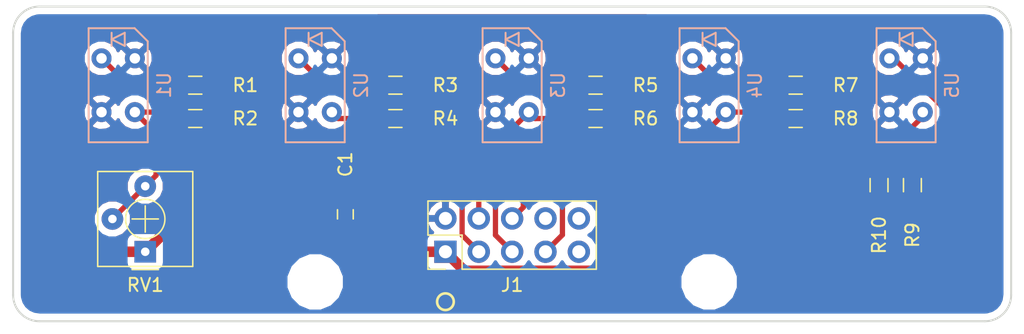
<source format=kicad_pcb>
(kicad_pcb (version 20171130) (host pcbnew "(5.0.2)-1")

  (general
    (thickness 1.6)
    (drawings 9)
    (tracks 87)
    (zones 0)
    (modules 20)
    (nets 16)
  )

  (page A4)
  (layers
    (0 F.Cu signal)
    (31 B.Cu signal)
    (32 B.Adhes user)
    (33 F.Adhes user)
    (34 B.Paste user)
    (35 F.Paste user)
    (36 B.SilkS user)
    (37 F.SilkS user)
    (38 B.Mask user)
    (39 F.Mask user)
    (40 Dwgs.User user)
    (41 Cmts.User user)
    (42 Eco1.User user)
    (43 Eco2.User user)
    (44 Edge.Cuts user)
    (45 Margin user)
    (46 B.CrtYd user)
    (47 F.CrtYd user)
    (48 B.Fab user)
    (49 F.Fab user hide)
  )

  (setup
    (last_trace_width 0.4)
    (trace_clearance 0.2)
    (zone_clearance 0.508)
    (zone_45_only yes)
    (trace_min 0.2)
    (segment_width 0.2)
    (edge_width 0.15)
    (via_size 0.8)
    (via_drill 0.4)
    (via_min_size 0.4)
    (via_min_drill 0.3)
    (uvia_size 0.3)
    (uvia_drill 0.1)
    (uvias_allowed no)
    (uvia_min_size 0.2)
    (uvia_min_drill 0.1)
    (pcb_text_width 0.3)
    (pcb_text_size 1.5 1.5)
    (mod_edge_width 0.15)
    (mod_text_size 1 1)
    (mod_text_width 0.15)
    (pad_size 1.524 1.524)
    (pad_drill 0.762)
    (pad_to_mask_clearance 0.051)
    (solder_mask_min_width 0.25)
    (aux_axis_origin 111 117)
    (grid_origin 111 117)
    (visible_elements 7FFFFFFF)
    (pcbplotparams
      (layerselection 0x010fc_ffffffff)
      (usegerberextensions false)
      (usegerberattributes false)
      (usegerberadvancedattributes false)
      (creategerberjobfile false)
      (excludeedgelayer true)
      (linewidth 0.100000)
      (plotframeref false)
      (viasonmask false)
      (mode 1)
      (useauxorigin false)
      (hpglpennumber 1)
      (hpglpenspeed 20)
      (hpglpendiameter 15.000000)
      (psnegative false)
      (psa4output false)
      (plotreference true)
      (plotvalue true)
      (plotinvisibletext false)
      (padsonsilk false)
      (subtractmaskfromsilk false)
      (outputformat 1)
      (mirror false)
      (drillshape 1)
      (scaleselection 1)
      (outputdirectory ""))
  )

  (net 0 "")
  (net 1 VCC)
  (net 2 GND)
  (net 3 "Net-(J1-Pad10)")
  (net 4 "Net-(J1-Pad9)")
  (net 5 "Net-(J1-Pad8)")
  (net 6 /OUT5)
  (net 7 /OUT4)
  (net 8 /OUT3)
  (net 9 /OUT2)
  (net 10 /OUT1)
  (net 11 "Net-(R1-Pad2)")
  (net 12 "Net-(R3-Pad2)")
  (net 13 "Net-(R5-Pad2)")
  (net 14 "Net-(R7-Pad2)")
  (net 15 "Net-(R9-Pad2)")

  (net_class Default "これはデフォルトのネット クラスです。"
    (clearance 0.2)
    (trace_width 0.4)
    (via_dia 0.8)
    (via_drill 0.4)
    (uvia_dia 0.3)
    (uvia_drill 0.1)
    (add_net /OUT1)
    (add_net /OUT2)
    (add_net /OUT3)
    (add_net /OUT4)
    (add_net /OUT5)
    (add_net "Net-(J1-Pad10)")
    (add_net "Net-(J1-Pad8)")
    (add_net "Net-(J1-Pad9)")
    (add_net "Net-(R1-Pad2)")
    (add_net "Net-(R3-Pad2)")
    (add_net "Net-(R5-Pad2)")
    (add_net "Net-(R7-Pad2)")
    (add_net "Net-(R9-Pad2)")
  )

  (net_class Power ""
    (clearance 0.2)
    (trace_width 0.8)
    (via_dia 0.8)
    (via_drill 0.4)
    (uvia_dia 0.3)
    (uvia_drill 0.1)
    (add_net GND)
    (add_net VCC)
  )

  (module Mounting_Holes:MountingHole_3.2mm_M3 locked (layer F.Cu) (tedit 5D4C179C) (tstamp 5D4B9D24)
    (at 134 114)
    (descr "Mounting Hole 3.2mm, no annular, M3")
    (tags "mounting hole 3.2mm no annular m3")
    (attr virtual)
    (fp_text reference REF** (at 0 -4.2) (layer F.SilkS) hide
      (effects (font (size 1 1) (thickness 0.15)))
    )
    (fp_text value MountingHole_3.2mm_M3 (at 0 4.2) (layer F.Fab)
      (effects (font (size 1 1) (thickness 0.15)))
    )
    (fp_circle (center 0 0) (end 3.45 0) (layer F.CrtYd) (width 0.05))
    (fp_circle (center 0 0) (end 3.2 0) (layer Cmts.User) (width 0.15))
    (fp_text user %R (at 0.3 0) (layer F.Fab)
      (effects (font (size 1 1) (thickness 0.15)))
    )
    (pad 1 np_thru_hole circle (at 0 0) (size 3.2 3.2) (drill 3.2) (layers *.Cu *.Mask))
  )

  (module Capacitors_SMD:C_0603_HandSoldering (layer F.Cu) (tedit 58AA848B) (tstamp 5D4C6507)
    (at 136.3 108.845 270)
    (descr "Capacitor SMD 0603, hand soldering")
    (tags "capacitor 0603")
    (path /5D4E06C9)
    (attr smd)
    (fp_text reference C1 (at -3.81 0 270) (layer F.SilkS)
      (effects (font (size 1 1) (thickness 0.15)))
    )
    (fp_text value C (at 0 1.5 270) (layer F.Fab)
      (effects (font (size 1 1) (thickness 0.15)))
    )
    (fp_line (start 1.8 0.65) (end -1.8 0.65) (layer F.CrtYd) (width 0.05))
    (fp_line (start 1.8 0.65) (end 1.8 -0.65) (layer F.CrtYd) (width 0.05))
    (fp_line (start -1.8 -0.65) (end -1.8 0.65) (layer F.CrtYd) (width 0.05))
    (fp_line (start -1.8 -0.65) (end 1.8 -0.65) (layer F.CrtYd) (width 0.05))
    (fp_line (start 0.35 0.6) (end -0.35 0.6) (layer F.SilkS) (width 0.12))
    (fp_line (start -0.35 -0.6) (end 0.35 -0.6) (layer F.SilkS) (width 0.12))
    (fp_line (start -0.8 -0.4) (end 0.8 -0.4) (layer F.Fab) (width 0.1))
    (fp_line (start 0.8 -0.4) (end 0.8 0.4) (layer F.Fab) (width 0.1))
    (fp_line (start 0.8 0.4) (end -0.8 0.4) (layer F.Fab) (width 0.1))
    (fp_line (start -0.8 0.4) (end -0.8 -0.4) (layer F.Fab) (width 0.1))
    (fp_text user %R (at 0 -1.25 270) (layer F.Fab)
      (effects (font (size 1 1) (thickness 0.15)))
    )
    (pad 2 smd rect (at 0.95 0 270) (size 1.2 0.75) (layers F.Cu F.Paste F.Mask)
      (net 1 VCC))
    (pad 1 smd rect (at -0.95 0 270) (size 1.2 0.75) (layers F.Cu F.Paste F.Mask)
      (net 2 GND))
    (model Capacitors_SMD.3dshapes/C_0603.wrl
      (at (xyz 0 0 0))
      (scale (xyz 1 1 1))
      (rotate (xyz 0 0 0))
    )
  )

  (module Resistors_SMD:R_0603_HandSoldering (layer F.Cu) (tedit 58E0A804) (tstamp 5D4B989A)
    (at 124.87 99 180)
    (descr "Resistor SMD 0603, hand soldering")
    (tags "resistor 0603")
    (path /5D4ADE74)
    (attr smd)
    (fp_text reference R1 (at -3.81 0 180) (layer F.SilkS)
      (effects (font (size 1 1) (thickness 0.15)))
    )
    (fp_text value 150 (at 0 1.55 180) (layer F.Fab)
      (effects (font (size 1 1) (thickness 0.15)))
    )
    (fp_line (start 1.95 0.7) (end -1.96 0.7) (layer F.CrtYd) (width 0.05))
    (fp_line (start 1.95 0.7) (end 1.95 -0.7) (layer F.CrtYd) (width 0.05))
    (fp_line (start -1.96 -0.7) (end -1.96 0.7) (layer F.CrtYd) (width 0.05))
    (fp_line (start -1.96 -0.7) (end 1.95 -0.7) (layer F.CrtYd) (width 0.05))
    (fp_line (start -0.5 -0.68) (end 0.5 -0.68) (layer F.SilkS) (width 0.12))
    (fp_line (start 0.5 0.68) (end -0.5 0.68) (layer F.SilkS) (width 0.12))
    (fp_line (start -0.8 -0.4) (end 0.8 -0.4) (layer F.Fab) (width 0.1))
    (fp_line (start 0.8 -0.4) (end 0.8 0.4) (layer F.Fab) (width 0.1))
    (fp_line (start 0.8 0.4) (end -0.8 0.4) (layer F.Fab) (width 0.1))
    (fp_line (start -0.8 0.4) (end -0.8 -0.4) (layer F.Fab) (width 0.1))
    (fp_text user %R (at 0 0 180) (layer F.Fab)
      (effects (font (size 0.4 0.4) (thickness 0.075)))
    )
    (pad 2 smd rect (at 1.1 0 180) (size 1.2 0.9) (layers F.Cu F.Paste F.Mask)
      (net 11 "Net-(R1-Pad2)"))
    (pad 1 smd rect (at -1.1 0 180) (size 1.2 0.9) (layers F.Cu F.Paste F.Mask)
      (net 1 VCC))
    (model ${KISYS3DMOD}/Resistors_SMD.3dshapes/R_0603.wrl
      (at (xyz 0 0 0))
      (scale (xyz 1 1 1))
      (rotate (xyz 0 0 0))
    )
  )

  (module Resistors_SMD:R_0603_HandSoldering (layer F.Cu) (tedit 58E0A804) (tstamp 5D4B9765)
    (at 124.87 101.54 180)
    (descr "Resistor SMD 0603, hand soldering")
    (tags "resistor 0603")
    (path /5D4ADF10)
    (attr smd)
    (fp_text reference R2 (at -3.81 0 180) (layer F.SilkS)
      (effects (font (size 1 1) (thickness 0.15)))
    )
    (fp_text value 10k (at 0 1.55 180) (layer F.Fab)
      (effects (font (size 1 1) (thickness 0.15)))
    )
    (fp_text user %R (at 0 0 180) (layer F.Fab)
      (effects (font (size 0.4 0.4) (thickness 0.075)))
    )
    (fp_line (start -0.8 0.4) (end -0.8 -0.4) (layer F.Fab) (width 0.1))
    (fp_line (start 0.8 0.4) (end -0.8 0.4) (layer F.Fab) (width 0.1))
    (fp_line (start 0.8 -0.4) (end 0.8 0.4) (layer F.Fab) (width 0.1))
    (fp_line (start -0.8 -0.4) (end 0.8 -0.4) (layer F.Fab) (width 0.1))
    (fp_line (start 0.5 0.68) (end -0.5 0.68) (layer F.SilkS) (width 0.12))
    (fp_line (start -0.5 -0.68) (end 0.5 -0.68) (layer F.SilkS) (width 0.12))
    (fp_line (start -1.96 -0.7) (end 1.95 -0.7) (layer F.CrtYd) (width 0.05))
    (fp_line (start -1.96 -0.7) (end -1.96 0.7) (layer F.CrtYd) (width 0.05))
    (fp_line (start 1.95 0.7) (end 1.95 -0.7) (layer F.CrtYd) (width 0.05))
    (fp_line (start 1.95 0.7) (end -1.96 0.7) (layer F.CrtYd) (width 0.05))
    (pad 1 smd rect (at -1.1 0 180) (size 1.2 0.9) (layers F.Cu F.Paste F.Mask)
      (net 1 VCC))
    (pad 2 smd rect (at 1.1 0 180) (size 1.2 0.9) (layers F.Cu F.Paste F.Mask)
      (net 10 /OUT1))
    (model ${KISYS3DMOD}/Resistors_SMD.3dshapes/R_0603.wrl
      (at (xyz 0 0 0))
      (scale (xyz 1 1 1))
      (rotate (xyz 0 0 0))
    )
  )

  (module Resistors_SMD:R_0603_HandSoldering (layer F.Cu) (tedit 58E0A804) (tstamp 5D4B89A0)
    (at 140.11 99 180)
    (descr "Resistor SMD 0603, hand soldering")
    (tags "resistor 0603")
    (path /5D4AE38A)
    (attr smd)
    (fp_text reference R3 (at -3.81 0 180) (layer F.SilkS)
      (effects (font (size 1 1) (thickness 0.15)))
    )
    (fp_text value 150 (at 0 1.55 180) (layer F.Fab)
      (effects (font (size 1 1) (thickness 0.15)))
    )
    (fp_line (start 1.95 0.7) (end -1.96 0.7) (layer F.CrtYd) (width 0.05))
    (fp_line (start 1.95 0.7) (end 1.95 -0.7) (layer F.CrtYd) (width 0.05))
    (fp_line (start -1.96 -0.7) (end -1.96 0.7) (layer F.CrtYd) (width 0.05))
    (fp_line (start -1.96 -0.7) (end 1.95 -0.7) (layer F.CrtYd) (width 0.05))
    (fp_line (start -0.5 -0.68) (end 0.5 -0.68) (layer F.SilkS) (width 0.12))
    (fp_line (start 0.5 0.68) (end -0.5 0.68) (layer F.SilkS) (width 0.12))
    (fp_line (start -0.8 -0.4) (end 0.8 -0.4) (layer F.Fab) (width 0.1))
    (fp_line (start 0.8 -0.4) (end 0.8 0.4) (layer F.Fab) (width 0.1))
    (fp_line (start 0.8 0.4) (end -0.8 0.4) (layer F.Fab) (width 0.1))
    (fp_line (start -0.8 0.4) (end -0.8 -0.4) (layer F.Fab) (width 0.1))
    (fp_text user %R (at 0 0 180) (layer F.Fab)
      (effects (font (size 0.4 0.4) (thickness 0.075)))
    )
    (pad 2 smd rect (at 1.1 0 180) (size 1.2 0.9) (layers F.Cu F.Paste F.Mask)
      (net 12 "Net-(R3-Pad2)"))
    (pad 1 smd rect (at -1.1 0 180) (size 1.2 0.9) (layers F.Cu F.Paste F.Mask)
      (net 1 VCC))
    (model ${KISYS3DMOD}/Resistors_SMD.3dshapes/R_0603.wrl
      (at (xyz 0 0 0))
      (scale (xyz 1 1 1))
      (rotate (xyz 0 0 0))
    )
  )

  (module Resistors_SMD:R_0603_HandSoldering (layer F.Cu) (tedit 58E0A804) (tstamp 5D4C17DE)
    (at 140.11 101.54 180)
    (descr "Resistor SMD 0603, hand soldering")
    (tags "resistor 0603")
    (path /5D4AE390)
    (attr smd)
    (fp_text reference R4 (at -3.81 0 180) (layer F.SilkS)
      (effects (font (size 1 1) (thickness 0.15)))
    )
    (fp_text value 10k (at 0 1.55 180) (layer F.Fab)
      (effects (font (size 1 1) (thickness 0.15)))
    )
    (fp_text user %R (at 0 0 180) (layer F.Fab)
      (effects (font (size 0.4 0.4) (thickness 0.075)))
    )
    (fp_line (start -0.8 0.4) (end -0.8 -0.4) (layer F.Fab) (width 0.1))
    (fp_line (start 0.8 0.4) (end -0.8 0.4) (layer F.Fab) (width 0.1))
    (fp_line (start 0.8 -0.4) (end 0.8 0.4) (layer F.Fab) (width 0.1))
    (fp_line (start -0.8 -0.4) (end 0.8 -0.4) (layer F.Fab) (width 0.1))
    (fp_line (start 0.5 0.68) (end -0.5 0.68) (layer F.SilkS) (width 0.12))
    (fp_line (start -0.5 -0.68) (end 0.5 -0.68) (layer F.SilkS) (width 0.12))
    (fp_line (start -1.96 -0.7) (end 1.95 -0.7) (layer F.CrtYd) (width 0.05))
    (fp_line (start -1.96 -0.7) (end -1.96 0.7) (layer F.CrtYd) (width 0.05))
    (fp_line (start 1.95 0.7) (end 1.95 -0.7) (layer F.CrtYd) (width 0.05))
    (fp_line (start 1.95 0.7) (end -1.96 0.7) (layer F.CrtYd) (width 0.05))
    (pad 1 smd rect (at -1.1 0 180) (size 1.2 0.9) (layers F.Cu F.Paste F.Mask)
      (net 1 VCC))
    (pad 2 smd rect (at 1.1 0 180) (size 1.2 0.9) (layers F.Cu F.Paste F.Mask)
      (net 9 /OUT2))
    (model ${KISYS3DMOD}/Resistors_SMD.3dshapes/R_0603.wrl
      (at (xyz 0 0 0))
      (scale (xyz 1 1 1))
      (rotate (xyz 0 0 0))
    )
  )

  (module Resistors_SMD:R_0603_HandSoldering (layer F.Cu) (tedit 58E0A804) (tstamp 5D4B89C2)
    (at 155.35 99 180)
    (descr "Resistor SMD 0603, hand soldering")
    (tags "resistor 0603")
    (path /5D4EA5F2)
    (attr smd)
    (fp_text reference R5 (at -3.81 0 180) (layer F.SilkS)
      (effects (font (size 1 1) (thickness 0.15)))
    )
    (fp_text value 150 (at 0 1.55 180) (layer F.Fab)
      (effects (font (size 1 1) (thickness 0.15)))
    )
    (fp_text user %R (at 0 0 180) (layer F.Fab)
      (effects (font (size 0.4 0.4) (thickness 0.075)))
    )
    (fp_line (start -0.8 0.4) (end -0.8 -0.4) (layer F.Fab) (width 0.1))
    (fp_line (start 0.8 0.4) (end -0.8 0.4) (layer F.Fab) (width 0.1))
    (fp_line (start 0.8 -0.4) (end 0.8 0.4) (layer F.Fab) (width 0.1))
    (fp_line (start -0.8 -0.4) (end 0.8 -0.4) (layer F.Fab) (width 0.1))
    (fp_line (start 0.5 0.68) (end -0.5 0.68) (layer F.SilkS) (width 0.12))
    (fp_line (start -0.5 -0.68) (end 0.5 -0.68) (layer F.SilkS) (width 0.12))
    (fp_line (start -1.96 -0.7) (end 1.95 -0.7) (layer F.CrtYd) (width 0.05))
    (fp_line (start -1.96 -0.7) (end -1.96 0.7) (layer F.CrtYd) (width 0.05))
    (fp_line (start 1.95 0.7) (end 1.95 -0.7) (layer F.CrtYd) (width 0.05))
    (fp_line (start 1.95 0.7) (end -1.96 0.7) (layer F.CrtYd) (width 0.05))
    (pad 1 smd rect (at -1.1 0 180) (size 1.2 0.9) (layers F.Cu F.Paste F.Mask)
      (net 1 VCC))
    (pad 2 smd rect (at 1.1 0 180) (size 1.2 0.9) (layers F.Cu F.Paste F.Mask)
      (net 13 "Net-(R5-Pad2)"))
    (model ${KISYS3DMOD}/Resistors_SMD.3dshapes/R_0603.wrl
      (at (xyz 0 0 0))
      (scale (xyz 1 1 1))
      (rotate (xyz 0 0 0))
    )
  )

  (module Resistors_SMD:R_0603_HandSoldering (layer F.Cu) (tedit 58E0A804) (tstamp 5D4B9AC7)
    (at 155.35 101.54 180)
    (descr "Resistor SMD 0603, hand soldering")
    (tags "resistor 0603")
    (path /5D4EA5F9)
    (attr smd)
    (fp_text reference R6 (at -3.81 0 180) (layer F.SilkS)
      (effects (font (size 1 1) (thickness 0.15)))
    )
    (fp_text value 10k (at 0 1.55 180) (layer F.Fab)
      (effects (font (size 1 1) (thickness 0.15)))
    )
    (fp_line (start 1.95 0.7) (end -1.96 0.7) (layer F.CrtYd) (width 0.05))
    (fp_line (start 1.95 0.7) (end 1.95 -0.7) (layer F.CrtYd) (width 0.05))
    (fp_line (start -1.96 -0.7) (end -1.96 0.7) (layer F.CrtYd) (width 0.05))
    (fp_line (start -1.96 -0.7) (end 1.95 -0.7) (layer F.CrtYd) (width 0.05))
    (fp_line (start -0.5 -0.68) (end 0.5 -0.68) (layer F.SilkS) (width 0.12))
    (fp_line (start 0.5 0.68) (end -0.5 0.68) (layer F.SilkS) (width 0.12))
    (fp_line (start -0.8 -0.4) (end 0.8 -0.4) (layer F.Fab) (width 0.1))
    (fp_line (start 0.8 -0.4) (end 0.8 0.4) (layer F.Fab) (width 0.1))
    (fp_line (start 0.8 0.4) (end -0.8 0.4) (layer F.Fab) (width 0.1))
    (fp_line (start -0.8 0.4) (end -0.8 -0.4) (layer F.Fab) (width 0.1))
    (fp_text user %R (at 0 0 180) (layer F.Fab)
      (effects (font (size 0.4 0.4) (thickness 0.075)))
    )
    (pad 2 smd rect (at 1.1 0 180) (size 1.2 0.9) (layers F.Cu F.Paste F.Mask)
      (net 8 /OUT3))
    (pad 1 smd rect (at -1.1 0 180) (size 1.2 0.9) (layers F.Cu F.Paste F.Mask)
      (net 1 VCC))
    (model ${KISYS3DMOD}/Resistors_SMD.3dshapes/R_0603.wrl
      (at (xyz 0 0 0))
      (scale (xyz 1 1 1))
      (rotate (xyz 0 0 0))
    )
  )

  (module Resistors_SMD:R_0603_HandSoldering (layer F.Cu) (tedit 58E0A804) (tstamp 5D4B89E4)
    (at 170.59 99 180)
    (descr "Resistor SMD 0603, hand soldering")
    (tags "resistor 0603")
    (path /5D4EB634)
    (attr smd)
    (fp_text reference R7 (at -3.81 0 180) (layer F.SilkS)
      (effects (font (size 1 1) (thickness 0.15)))
    )
    (fp_text value 150 (at 0 1.55 180) (layer F.Fab)
      (effects (font (size 1 1) (thickness 0.15)))
    )
    (fp_text user %R (at 0 0 180) (layer F.Fab)
      (effects (font (size 0.4 0.4) (thickness 0.075)))
    )
    (fp_line (start -0.8 0.4) (end -0.8 -0.4) (layer F.Fab) (width 0.1))
    (fp_line (start 0.8 0.4) (end -0.8 0.4) (layer F.Fab) (width 0.1))
    (fp_line (start 0.8 -0.4) (end 0.8 0.4) (layer F.Fab) (width 0.1))
    (fp_line (start -0.8 -0.4) (end 0.8 -0.4) (layer F.Fab) (width 0.1))
    (fp_line (start 0.5 0.68) (end -0.5 0.68) (layer F.SilkS) (width 0.12))
    (fp_line (start -0.5 -0.68) (end 0.5 -0.68) (layer F.SilkS) (width 0.12))
    (fp_line (start -1.96 -0.7) (end 1.95 -0.7) (layer F.CrtYd) (width 0.05))
    (fp_line (start -1.96 -0.7) (end -1.96 0.7) (layer F.CrtYd) (width 0.05))
    (fp_line (start 1.95 0.7) (end 1.95 -0.7) (layer F.CrtYd) (width 0.05))
    (fp_line (start 1.95 0.7) (end -1.96 0.7) (layer F.CrtYd) (width 0.05))
    (pad 1 smd rect (at -1.1 0 180) (size 1.2 0.9) (layers F.Cu F.Paste F.Mask)
      (net 1 VCC))
    (pad 2 smd rect (at 1.1 0 180) (size 1.2 0.9) (layers F.Cu F.Paste F.Mask)
      (net 14 "Net-(R7-Pad2)"))
    (model ${KISYS3DMOD}/Resistors_SMD.3dshapes/R_0603.wrl
      (at (xyz 0 0 0))
      (scale (xyz 1 1 1))
      (rotate (xyz 0 0 0))
    )
  )

  (module Resistors_SMD:R_0603_HandSoldering (layer F.Cu) (tedit 58E0A804) (tstamp 5D4B89F5)
    (at 170.59 101.54 180)
    (descr "Resistor SMD 0603, hand soldering")
    (tags "resistor 0603")
    (path /5D4EB63B)
    (attr smd)
    (fp_text reference R8 (at -3.81 0 180) (layer F.SilkS)
      (effects (font (size 1 1) (thickness 0.15)))
    )
    (fp_text value 10k (at 0 1.55 180) (layer F.Fab)
      (effects (font (size 1 1) (thickness 0.15)))
    )
    (fp_line (start 1.95 0.7) (end -1.96 0.7) (layer F.CrtYd) (width 0.05))
    (fp_line (start 1.95 0.7) (end 1.95 -0.7) (layer F.CrtYd) (width 0.05))
    (fp_line (start -1.96 -0.7) (end -1.96 0.7) (layer F.CrtYd) (width 0.05))
    (fp_line (start -1.96 -0.7) (end 1.95 -0.7) (layer F.CrtYd) (width 0.05))
    (fp_line (start -0.5 -0.68) (end 0.5 -0.68) (layer F.SilkS) (width 0.12))
    (fp_line (start 0.5 0.68) (end -0.5 0.68) (layer F.SilkS) (width 0.12))
    (fp_line (start -0.8 -0.4) (end 0.8 -0.4) (layer F.Fab) (width 0.1))
    (fp_line (start 0.8 -0.4) (end 0.8 0.4) (layer F.Fab) (width 0.1))
    (fp_line (start 0.8 0.4) (end -0.8 0.4) (layer F.Fab) (width 0.1))
    (fp_line (start -0.8 0.4) (end -0.8 -0.4) (layer F.Fab) (width 0.1))
    (fp_text user %R (at 0 0 180) (layer F.Fab)
      (effects (font (size 0.4 0.4) (thickness 0.075)))
    )
    (pad 2 smd rect (at 1.1 0 180) (size 1.2 0.9) (layers F.Cu F.Paste F.Mask)
      (net 7 /OUT4))
    (pad 1 smd rect (at -1.1 0 180) (size 1.2 0.9) (layers F.Cu F.Paste F.Mask)
      (net 1 VCC))
    (model ${KISYS3DMOD}/Resistors_SMD.3dshapes/R_0603.wrl
      (at (xyz 0 0 0))
      (scale (xyz 1 1 1))
      (rotate (xyz 0 0 0))
    )
  )

  (module Resistors_SMD:R_0603_HandSoldering (layer F.Cu) (tedit 58E0A804) (tstamp 5D4B8A06)
    (at 179.48 106.62 90)
    (descr "Resistor SMD 0603, hand soldering")
    (tags "resistor 0603")
    (path /5D4EDBA9)
    (attr smd)
    (fp_text reference R9 (at -3.81 0 90) (layer F.SilkS)
      (effects (font (size 1 1) (thickness 0.15)))
    )
    (fp_text value 150 (at 0 1.55 90) (layer F.Fab)
      (effects (font (size 1 1) (thickness 0.15)))
    )
    (fp_text user %R (at 0 0 90) (layer F.Fab)
      (effects (font (size 0.4 0.4) (thickness 0.075)))
    )
    (fp_line (start -0.8 0.4) (end -0.8 -0.4) (layer F.Fab) (width 0.1))
    (fp_line (start 0.8 0.4) (end -0.8 0.4) (layer F.Fab) (width 0.1))
    (fp_line (start 0.8 -0.4) (end 0.8 0.4) (layer F.Fab) (width 0.1))
    (fp_line (start -0.8 -0.4) (end 0.8 -0.4) (layer F.Fab) (width 0.1))
    (fp_line (start 0.5 0.68) (end -0.5 0.68) (layer F.SilkS) (width 0.12))
    (fp_line (start -0.5 -0.68) (end 0.5 -0.68) (layer F.SilkS) (width 0.12))
    (fp_line (start -1.96 -0.7) (end 1.95 -0.7) (layer F.CrtYd) (width 0.05))
    (fp_line (start -1.96 -0.7) (end -1.96 0.7) (layer F.CrtYd) (width 0.05))
    (fp_line (start 1.95 0.7) (end 1.95 -0.7) (layer F.CrtYd) (width 0.05))
    (fp_line (start 1.95 0.7) (end -1.96 0.7) (layer F.CrtYd) (width 0.05))
    (pad 1 smd rect (at -1.1 0 90) (size 1.2 0.9) (layers F.Cu F.Paste F.Mask)
      (net 1 VCC))
    (pad 2 smd rect (at 1.1 0 90) (size 1.2 0.9) (layers F.Cu F.Paste F.Mask)
      (net 15 "Net-(R9-Pad2)"))
    (model ${KISYS3DMOD}/Resistors_SMD.3dshapes/R_0603.wrl
      (at (xyz 0 0 0))
      (scale (xyz 1 1 1))
      (rotate (xyz 0 0 0))
    )
  )

  (module Resistors_SMD:R_0603_HandSoldering (layer F.Cu) (tedit 58E0A804) (tstamp 5D4B8A17)
    (at 176.94 106.62 90)
    (descr "Resistor SMD 0603, hand soldering")
    (tags "resistor 0603")
    (path /5D4EDBB0)
    (attr smd)
    (fp_text reference R10 (at -3.81 0 90) (layer F.SilkS)
      (effects (font (size 1 1) (thickness 0.15)))
    )
    (fp_text value 10k (at 0 1.55 90) (layer F.Fab)
      (effects (font (size 1 1) (thickness 0.15)))
    )
    (fp_line (start 1.95 0.7) (end -1.96 0.7) (layer F.CrtYd) (width 0.05))
    (fp_line (start 1.95 0.7) (end 1.95 -0.7) (layer F.CrtYd) (width 0.05))
    (fp_line (start -1.96 -0.7) (end -1.96 0.7) (layer F.CrtYd) (width 0.05))
    (fp_line (start -1.96 -0.7) (end 1.95 -0.7) (layer F.CrtYd) (width 0.05))
    (fp_line (start -0.5 -0.68) (end 0.5 -0.68) (layer F.SilkS) (width 0.12))
    (fp_line (start 0.5 0.68) (end -0.5 0.68) (layer F.SilkS) (width 0.12))
    (fp_line (start -0.8 -0.4) (end 0.8 -0.4) (layer F.Fab) (width 0.1))
    (fp_line (start 0.8 -0.4) (end 0.8 0.4) (layer F.Fab) (width 0.1))
    (fp_line (start 0.8 0.4) (end -0.8 0.4) (layer F.Fab) (width 0.1))
    (fp_line (start -0.8 0.4) (end -0.8 -0.4) (layer F.Fab) (width 0.1))
    (fp_text user %R (at 0 0 90) (layer F.Fab)
      (effects (font (size 0.4 0.4) (thickness 0.075)))
    )
    (pad 2 smd rect (at 1.1 0 90) (size 1.2 0.9) (layers F.Cu F.Paste F.Mask)
      (net 6 /OUT5))
    (pad 1 smd rect (at -1.1 0 90) (size 1.2 0.9) (layers F.Cu F.Paste F.Mask)
      (net 1 VCC))
    (model ${KISYS3DMOD}/Resistors_SMD.3dshapes/R_0603.wrl
      (at (xyz 0 0 0))
      (scale (xyz 1 1 1))
      (rotate (xyz 0 0 0))
    )
  )

  (module photo-reflector:LBR-127HD (layer B.Cu) (tedit 5D4AF47C) (tstamp 5D4B8A39)
    (at 119 99 90)
    (path /5D4ADD35)
    (fp_text reference U1 (at 0 3.5 90) (layer B.SilkS)
      (effects (font (size 1 1) (thickness 0.15)) (justify mirror))
    )
    (fp_text value BPR-205 (at 0 -3.5 90) (layer B.Fab)
      (effects (font (size 1 1) (thickness 0.15)) (justify mirror))
    )
    (fp_line (start 3.35 2.25) (end -4.35 2.25) (layer B.SilkS) (width 0.15))
    (fp_line (start 4.35 -2.25) (end -4.35 -2.25) (layer B.SilkS) (width 0.15))
    (fp_line (start 4.35 1.25) (end 4.35 -2.25) (layer B.SilkS) (width 0.15))
    (fp_line (start -4.35 2.25) (end -4.35 -2.25) (layer B.SilkS) (width 0.15))
    (fp_line (start 3.35 2.25) (end 4.35 1.25) (layer B.SilkS) (width 0.15))
    (fp_line (start 3 0.5) (end 4 0.5) (layer B.SilkS) (width 0.15))
    (fp_line (start 4 0.5) (end 3.5 -0.5) (layer B.SilkS) (width 0.15))
    (fp_line (start 3.5 -0.5) (end 3 0.5) (layer B.SilkS) (width 0.15))
    (fp_line (start 3 -0.5) (end 4 -0.5) (layer B.SilkS) (width 0.15))
    (pad 1 thru_hole circle (at 2.05 1.27 90) (size 1.524 1.524) (drill 0.8) (layers *.Cu *.Mask)
      (net 2 GND))
    (pad 2 thru_hole circle (at 2.05 -1.27 90) (size 1.524 1.524) (drill 0.8) (layers *.Cu *.Mask)
      (net 11 "Net-(R1-Pad2)"))
    (pad 3 thru_hole circle (at -2.049999 1.27 90) (size 1.524 1.524) (drill 0.8) (layers *.Cu *.Mask)
      (net 10 /OUT1))
    (pad 4 thru_hole circle (at -2.049999 -1.27 90) (size 1.524 1.524) (drill 0.8) (layers *.Cu *.Mask)
      (net 2 GND))
  )

  (module photo-reflector:LBR-127HD (layer B.Cu) (tedit 5D4AF47C) (tstamp 5D4B8A4A)
    (at 134 99 90)
    (path /5D4AE384)
    (fp_text reference U2 (at 0 3.5 90) (layer B.SilkS)
      (effects (font (size 1 1) (thickness 0.15)) (justify mirror))
    )
    (fp_text value BPR-205 (at 0 -3.5 90) (layer B.Fab)
      (effects (font (size 1 1) (thickness 0.15)) (justify mirror))
    )
    (fp_line (start 3 -0.5) (end 4 -0.5) (layer B.SilkS) (width 0.15))
    (fp_line (start 3.5 -0.5) (end 3 0.5) (layer B.SilkS) (width 0.15))
    (fp_line (start 4 0.5) (end 3.5 -0.5) (layer B.SilkS) (width 0.15))
    (fp_line (start 3 0.5) (end 4 0.5) (layer B.SilkS) (width 0.15))
    (fp_line (start 3.35 2.25) (end 4.35 1.25) (layer B.SilkS) (width 0.15))
    (fp_line (start -4.35 2.25) (end -4.35 -2.25) (layer B.SilkS) (width 0.15))
    (fp_line (start 4.35 1.25) (end 4.35 -2.25) (layer B.SilkS) (width 0.15))
    (fp_line (start 4.35 -2.25) (end -4.35 -2.25) (layer B.SilkS) (width 0.15))
    (fp_line (start 3.35 2.25) (end -4.35 2.25) (layer B.SilkS) (width 0.15))
    (pad 4 thru_hole circle (at -2.049999 -1.27 90) (size 1.524 1.524) (drill 0.8) (layers *.Cu *.Mask)
      (net 2 GND))
    (pad 3 thru_hole circle (at -2.049999 1.27 90) (size 1.524 1.524) (drill 0.8) (layers *.Cu *.Mask)
      (net 9 /OUT2))
    (pad 2 thru_hole circle (at 2.05 -1.27 90) (size 1.524 1.524) (drill 0.8) (layers *.Cu *.Mask)
      (net 12 "Net-(R3-Pad2)"))
    (pad 1 thru_hole circle (at 2.05 1.27 90) (size 1.524 1.524) (drill 0.8) (layers *.Cu *.Mask)
      (net 2 GND))
  )

  (module photo-reflector:LBR-127HD (layer B.Cu) (tedit 5D4AF47C) (tstamp 5D4B8A5B)
    (at 149 99 90)
    (path /5D4EA5EB)
    (fp_text reference U3 (at 0 3.5 90) (layer B.SilkS)
      (effects (font (size 1 1) (thickness 0.15)) (justify mirror))
    )
    (fp_text value BPR-205 (at 0 -3.5 90) (layer B.Fab)
      (effects (font (size 1 1) (thickness 0.15)) (justify mirror))
    )
    (fp_line (start 3.35 2.25) (end -4.35 2.25) (layer B.SilkS) (width 0.15))
    (fp_line (start 4.35 -2.25) (end -4.35 -2.25) (layer B.SilkS) (width 0.15))
    (fp_line (start 4.35 1.25) (end 4.35 -2.25) (layer B.SilkS) (width 0.15))
    (fp_line (start -4.35 2.25) (end -4.35 -2.25) (layer B.SilkS) (width 0.15))
    (fp_line (start 3.35 2.25) (end 4.35 1.25) (layer B.SilkS) (width 0.15))
    (fp_line (start 3 0.5) (end 4 0.5) (layer B.SilkS) (width 0.15))
    (fp_line (start 4 0.5) (end 3.5 -0.5) (layer B.SilkS) (width 0.15))
    (fp_line (start 3.5 -0.5) (end 3 0.5) (layer B.SilkS) (width 0.15))
    (fp_line (start 3 -0.5) (end 4 -0.5) (layer B.SilkS) (width 0.15))
    (pad 1 thru_hole circle (at 2.05 1.27 90) (size 1.524 1.524) (drill 0.8) (layers *.Cu *.Mask)
      (net 2 GND))
    (pad 2 thru_hole circle (at 2.05 -1.27 90) (size 1.524 1.524) (drill 0.8) (layers *.Cu *.Mask)
      (net 13 "Net-(R5-Pad2)"))
    (pad 3 thru_hole circle (at -2.049999 1.27 90) (size 1.524 1.524) (drill 0.8) (layers *.Cu *.Mask)
      (net 8 /OUT3))
    (pad 4 thru_hole circle (at -2.049999 -1.27 90) (size 1.524 1.524) (drill 0.8) (layers *.Cu *.Mask)
      (net 2 GND))
  )

  (module photo-reflector:LBR-127HD (layer B.Cu) (tedit 5D4AF47C) (tstamp 5D4B8A6C)
    (at 164 99 90)
    (path /5D4EB62D)
    (fp_text reference U4 (at 0 3.5 90) (layer B.SilkS)
      (effects (font (size 1 1) (thickness 0.15)) (justify mirror))
    )
    (fp_text value BPR-205 (at 0 -3.5 90) (layer B.Fab)
      (effects (font (size 1 1) (thickness 0.15)) (justify mirror))
    )
    (fp_line (start 3 -0.5) (end 4 -0.5) (layer B.SilkS) (width 0.15))
    (fp_line (start 3.5 -0.5) (end 3 0.5) (layer B.SilkS) (width 0.15))
    (fp_line (start 4 0.5) (end 3.5 -0.5) (layer B.SilkS) (width 0.15))
    (fp_line (start 3 0.5) (end 4 0.5) (layer B.SilkS) (width 0.15))
    (fp_line (start 3.35 2.25) (end 4.35 1.25) (layer B.SilkS) (width 0.15))
    (fp_line (start -4.35 2.25) (end -4.35 -2.25) (layer B.SilkS) (width 0.15))
    (fp_line (start 4.35 1.25) (end 4.35 -2.25) (layer B.SilkS) (width 0.15))
    (fp_line (start 4.35 -2.25) (end -4.35 -2.25) (layer B.SilkS) (width 0.15))
    (fp_line (start 3.35 2.25) (end -4.35 2.25) (layer B.SilkS) (width 0.15))
    (pad 4 thru_hole circle (at -2.049999 -1.27 90) (size 1.524 1.524) (drill 0.8) (layers *.Cu *.Mask)
      (net 2 GND))
    (pad 3 thru_hole circle (at -2.049999 1.27 90) (size 1.524 1.524) (drill 0.8) (layers *.Cu *.Mask)
      (net 7 /OUT4))
    (pad 2 thru_hole circle (at 2.05 -1.27 90) (size 1.524 1.524) (drill 0.8) (layers *.Cu *.Mask)
      (net 14 "Net-(R7-Pad2)"))
    (pad 1 thru_hole circle (at 2.05 1.27 90) (size 1.524 1.524) (drill 0.8) (layers *.Cu *.Mask)
      (net 2 GND))
  )

  (module photo-reflector:LBR-127HD (layer B.Cu) (tedit 5D4AF47C) (tstamp 5D4B8A7D)
    (at 179 99 90)
    (path /5D4EDBA2)
    (fp_text reference U5 (at 0 3.5 90) (layer B.SilkS)
      (effects (font (size 1 1) (thickness 0.15)) (justify mirror))
    )
    (fp_text value BPR-205 (at 0 -3.5 90) (layer B.Fab)
      (effects (font (size 1 1) (thickness 0.15)) (justify mirror))
    )
    (fp_line (start 3.35 2.25) (end -4.35 2.25) (layer B.SilkS) (width 0.15))
    (fp_line (start 4.35 -2.25) (end -4.35 -2.25) (layer B.SilkS) (width 0.15))
    (fp_line (start 4.35 1.25) (end 4.35 -2.25) (layer B.SilkS) (width 0.15))
    (fp_line (start -4.35 2.25) (end -4.35 -2.25) (layer B.SilkS) (width 0.15))
    (fp_line (start 3.35 2.25) (end 4.35 1.25) (layer B.SilkS) (width 0.15))
    (fp_line (start 3 0.5) (end 4 0.5) (layer B.SilkS) (width 0.15))
    (fp_line (start 4 0.5) (end 3.5 -0.5) (layer B.SilkS) (width 0.15))
    (fp_line (start 3.5 -0.5) (end 3 0.5) (layer B.SilkS) (width 0.15))
    (fp_line (start 3 -0.5) (end 4 -0.5) (layer B.SilkS) (width 0.15))
    (pad 1 thru_hole circle (at 2.05 1.27 90) (size 1.524 1.524) (drill 0.8) (layers *.Cu *.Mask)
      (net 2 GND))
    (pad 2 thru_hole circle (at 2.05 -1.27 90) (size 1.524 1.524) (drill 0.8) (layers *.Cu *.Mask)
      (net 15 "Net-(R9-Pad2)"))
    (pad 3 thru_hole circle (at -2.049999 1.27 90) (size 1.524 1.524) (drill 0.8) (layers *.Cu *.Mask)
      (net 6 /OUT5))
    (pad 4 thru_hole circle (at -2.049999 -1.27 90) (size 1.524 1.524) (drill 0.8) (layers *.Cu *.Mask)
      (net 2 GND))
  )

  (module Pin_Headers:Pin_Header_Straight_2x05_Pitch2.54mm (layer F.Cu) (tedit 59650532) (tstamp 5D4B94E1)
    (at 143.92 111.7 90)
    (descr "Through hole straight pin header, 2x05, 2.54mm pitch, double rows")
    (tags "Through hole pin header THT 2x05 2.54mm double row")
    (path /5D4C778E)
    (fp_text reference J1 (at -2.54 5.08 180) (layer F.SilkS)
      (effects (font (size 1 1) (thickness 0.15)))
    )
    (fp_text value Conn_02x05_Odd_Even (at 1.27 12.49 90) (layer F.Fab)
      (effects (font (size 1 1) (thickness 0.15)))
    )
    (fp_text user %R (at 1.27 5.08 180) (layer F.Fab)
      (effects (font (size 1 1) (thickness 0.15)))
    )
    (fp_line (start 4.35 -1.8) (end -1.8 -1.8) (layer F.CrtYd) (width 0.05))
    (fp_line (start 4.35 11.95) (end 4.35 -1.8) (layer F.CrtYd) (width 0.05))
    (fp_line (start -1.8 11.95) (end 4.35 11.95) (layer F.CrtYd) (width 0.05))
    (fp_line (start -1.8 -1.8) (end -1.8 11.95) (layer F.CrtYd) (width 0.05))
    (fp_line (start -1.33 -1.33) (end 0 -1.33) (layer F.SilkS) (width 0.12))
    (fp_line (start -1.33 0) (end -1.33 -1.33) (layer F.SilkS) (width 0.12))
    (fp_line (start 1.27 -1.33) (end 3.87 -1.33) (layer F.SilkS) (width 0.12))
    (fp_line (start 1.27 1.27) (end 1.27 -1.33) (layer F.SilkS) (width 0.12))
    (fp_line (start -1.33 1.27) (end 1.27 1.27) (layer F.SilkS) (width 0.12))
    (fp_line (start 3.87 -1.33) (end 3.87 11.49) (layer F.SilkS) (width 0.12))
    (fp_line (start -1.33 1.27) (end -1.33 11.49) (layer F.SilkS) (width 0.12))
    (fp_line (start -1.33 11.49) (end 3.87 11.49) (layer F.SilkS) (width 0.12))
    (fp_line (start -1.27 0) (end 0 -1.27) (layer F.Fab) (width 0.1))
    (fp_line (start -1.27 11.43) (end -1.27 0) (layer F.Fab) (width 0.1))
    (fp_line (start 3.81 11.43) (end -1.27 11.43) (layer F.Fab) (width 0.1))
    (fp_line (start 3.81 -1.27) (end 3.81 11.43) (layer F.Fab) (width 0.1))
    (fp_line (start 0 -1.27) (end 3.81 -1.27) (layer F.Fab) (width 0.1))
    (pad 10 thru_hole oval (at 2.54 10.16 90) (size 1.7 1.7) (drill 1) (layers *.Cu *.Mask)
      (net 3 "Net-(J1-Pad10)"))
    (pad 9 thru_hole oval (at 0 10.16 90) (size 1.7 1.7) (drill 1) (layers *.Cu *.Mask)
      (net 4 "Net-(J1-Pad9)"))
    (pad 8 thru_hole oval (at 2.54 7.62 90) (size 1.7 1.7) (drill 1) (layers *.Cu *.Mask)
      (net 5 "Net-(J1-Pad8)"))
    (pad 7 thru_hole oval (at 0 7.62 90) (size 1.7 1.7) (drill 1) (layers *.Cu *.Mask)
      (net 6 /OUT5))
    (pad 6 thru_hole oval (at 2.54 5.08 90) (size 1.7 1.7) (drill 1) (layers *.Cu *.Mask)
      (net 7 /OUT4))
    (pad 5 thru_hole oval (at 0 5.08 90) (size 1.7 1.7) (drill 1) (layers *.Cu *.Mask)
      (net 8 /OUT3))
    (pad 4 thru_hole oval (at 2.54 2.54 90) (size 1.7 1.7) (drill 1) (layers *.Cu *.Mask)
      (net 9 /OUT2))
    (pad 3 thru_hole oval (at 0 2.54 90) (size 1.7 1.7) (drill 1) (layers *.Cu *.Mask)
      (net 10 /OUT1))
    (pad 2 thru_hole oval (at 2.54 0 90) (size 1.7 1.7) (drill 1) (layers *.Cu *.Mask)
      (net 2 GND))
    (pad 1 thru_hole rect (at 0 0 90) (size 1.7 1.7) (drill 1) (layers *.Cu *.Mask)
      (net 1 VCC))
    (model ${KISYS3DMOD}/Pin_Headers.3dshapes/Pin_Header_Straight_2x05_Pitch2.54mm.wrl
      (at (xyz 0 0 0))
      (scale (xyz 1 1 1))
      (rotate (xyz 0 0 0))
    )
  )

  (module Potentiometers:Potentiometer_Trimmer_Copal_CT-6EP (layer F.Cu) (tedit 59A855DB) (tstamp 5D4B9500)
    (at 121.06 111.7 180)
    (descr "single turn cermet trimmer, Copal CT-6EP, https://www.nidec-copal-electronics.com/e/catalog/trimmer/ct-6.pdf")
    (tags "potentiometer trimmer")
    (path /5D4B14DF)
    (fp_text reference RV1 (at 0 -2.54 180) (layer F.SilkS)
      (effects (font (size 1 1) (thickness 0.15)))
    )
    (fp_text value 50k (at 0 7 180) (layer F.Fab)
      (effects (font (size 1 1) (thickness 0.15)))
    )
    (fp_text user %R (at 0 2.5 180) (layer F.Fab)
      (effects (font (size 1 1) (thickness 0.15)))
    )
    (fp_line (start 3.75 -1.25) (end -3.75 -1.25) (layer F.CrtYd) (width 0.05))
    (fp_line (start 3.75 6.25) (end 3.75 -1.25) (layer F.CrtYd) (width 0.05))
    (fp_line (start -3.75 6.25) (end 3.75 6.25) (layer F.CrtYd) (width 0.05))
    (fp_line (start -3.75 -1.25) (end -3.75 6.25) (layer F.CrtYd) (width 0.05))
    (fp_line (start -1 2.5) (end 1 2.5) (layer F.SilkS) (width 0.12))
    (fp_line (start 0 1.5) (end 0 3.5) (layer F.SilkS) (width 0.12))
    (fp_line (start -1 -1.36) (end 1 -1.36) (layer F.SilkS) (width 0.12))
    (fp_line (start 3.62 -1.12) (end -3.62 -1.12) (layer F.SilkS) (width 0.12))
    (fp_line (start 3.62 6.12) (end 3.62 -1.12) (layer F.SilkS) (width 0.12))
    (fp_line (start -3.62 6.12) (end 3.62 6.12) (layer F.SilkS) (width 0.12))
    (fp_line (start -3.62 -1.12) (end -3.62 6.12) (layer F.SilkS) (width 0.12))
    (fp_line (start -1 -1) (end 0 0) (layer F.Fab) (width 0.1))
    (fp_line (start -3.5 -1) (end -1 -1) (layer F.Fab) (width 0.1))
    (fp_line (start -3.5 6) (end -3.5 -1) (layer F.Fab) (width 0.1))
    (fp_line (start 3.5 6) (end -3.5 6) (layer F.Fab) (width 0.1))
    (fp_line (start 3.5 -1) (end 3.5 6) (layer F.Fab) (width 0.1))
    (fp_line (start 1 -1) (end 3.5 -1) (layer F.Fab) (width 0.1))
    (fp_line (start 0 0) (end 1 -1) (layer F.Fab) (width 0.1))
    (fp_circle (center 0 2.5) (end 1.5 2.5) (layer F.SilkS) (width 0.12))
    (pad 3 thru_hole circle (at 0 5 180) (size 1.65 1.65) (drill 0.65) (layers *.Cu *.Mask)
      (net 10 /OUT1))
    (pad 2 thru_hole circle (at 2.5 2.5 180) (size 1.65 1.65) (drill 0.65) (layers *.Cu *.Mask)
      (net 10 /OUT1))
    (pad 1 thru_hole rect (at 0 0 180) (size 1.65 1.65) (drill 0.65) (layers *.Cu *.Mask)
      (net 1 VCC))
    (model ${KISYS3DMOD}/Potentiometers.3dshapes/Potentiometer_Trimmer_Copal_CT-6EP.wrl
      (at (xyz 0 0 0))
      (scale (xyz 1 1 1))
      (rotate (xyz 0 0 0))
    )
  )

  (module Mounting_Holes:MountingHole_3.2mm_M3 locked (layer F.Cu) (tedit 5D4C17A0) (tstamp 5D4B9D44)
    (at 164 114)
    (descr "Mounting Hole 3.2mm, no annular, M3")
    (tags "mounting hole 3.2mm no annular m3")
    (attr virtual)
    (fp_text reference REF** (at 0 -4.2) (layer F.SilkS) hide
      (effects (font (size 1 1) (thickness 0.15)))
    )
    (fp_text value MountingHole_3.2mm_M3 (at 0 4.2) (layer F.Fab)
      (effects (font (size 1 1) (thickness 0.15)))
    )
    (fp_text user %R (at 0.3 0) (layer F.Fab)
      (effects (font (size 1 1) (thickness 0.15)))
    )
    (fp_circle (center 0 0) (end 3.2 0) (layer Cmts.User) (width 0.15))
    (fp_circle (center 0 0) (end 3.45 0) (layer F.CrtYd) (width 0.05))
    (pad 1 np_thru_hole circle (at 0 0) (size 3.2 3.2) (drill 3.2) (layers *.Cu *.Mask))
  )

  (gr_circle (center 143.92 115.51) (end 144.555 115.51) (layer F.SilkS) (width 0.2))
  (gr_arc (start 185 115) (end 185 117) (angle -90) (layer Edge.Cuts) (width 0.15))
  (gr_arc (start 113 115) (end 111 115) (angle -90) (layer Edge.Cuts) (width 0.15))
  (gr_arc (start 113 95) (end 113 93) (angle -90) (layer Edge.Cuts) (width 0.15))
  (gr_arc (start 185 95) (end 187 95) (angle -90) (layer Edge.Cuts) (width 0.15))
  (gr_line (start 187 95) (end 187 115) (layer Edge.Cuts) (width 0.15))
  (gr_line (start 111 95) (end 111 115) (layer Edge.Cuts) (width 0.15))
  (gr_line (start 113 93) (end 185 93) (layer Edge.Cuts) (width 0.15) (tstamp 5D4B9E43))
  (gr_line (start 113 117) (end 185 117) (layer Edge.Cuts) (width 0.15) (tstamp 5D4B9E3C))

  (segment (start 125.97 101.54) (end 125.97 99) (width 0.8) (layer F.Cu) (net 1))
  (segment (start 141.21 99) (end 141.21 101.54) (width 0.8) (layer F.Cu) (net 1))
  (segment (start 156.45 99) (end 156.45 101.54) (width 0.8) (layer F.Cu) (net 1))
  (segment (start 171.69 99) (end 171.69 101.54) (width 0.8) (layer F.Cu) (net 1))
  (segment (start 179.48 107.72) (end 176.94 107.72) (width 0.8) (layer F.Cu) (net 1))
  (segment (start 174.865 109.795) (end 176.94 107.72) (width 0.8) (layer F.Cu) (net 1))
  (segment (start 161.7 109.795) (end 174.865 109.795) (width 0.8) (layer F.Cu) (net 1))
  (segment (start 158.344999 113.150001) (end 161.7 109.795) (width 0.8) (layer F.Cu) (net 1))
  (segment (start 143.92 111.7) (end 145.370001 113.150001) (width 0.8) (layer F.Cu) (net 1))
  (segment (start 145.370001 113.150001) (end 158.344999 113.150001) (width 0.8) (layer F.Cu) (net 1))
  (segment (start 122.965 109.795) (end 121.06 111.7) (width 0.8) (layer F.Cu) (net 1))
  (segment (start 140.365 109.795) (end 122.965 109.795) (width 0.8) (layer F.Cu) (net 1))
  (segment (start 143.92 111.7) (end 142.27 111.7) (width 0.8) (layer F.Cu) (net 1))
  (segment (start 142.27 111.7) (end 140.365 109.795) (width 0.8) (layer F.Cu) (net 1))
  (segment (start 141.21 97.56) (end 141.21 99) (width 0.8) (layer F.Cu) (net 1))
  (segment (start 118.52 111.7) (end 115.345 108.525) (width 0.8) (layer F.Cu) (net 1))
  (segment (start 121.06 111.7) (end 118.52 111.7) (width 0.8) (layer F.Cu) (net 1))
  (segment (start 115.345 108.525) (end 115.345 96.46) (width 0.8) (layer F.Cu) (net 1))
  (segment (start 115.345 96.46) (end 117.25 94.555) (width 0.8) (layer F.Cu) (net 1))
  (segment (start 138.205 94.555) (end 141.21 97.56) (width 0.8) (layer F.Cu) (net 1))
  (segment (start 156.45 97.9) (end 156.45 99) (width 0.8) (layer F.Cu) (net 1))
  (segment (start 180.73 107.72) (end 183.29 105.16) (width 0.8) (layer F.Cu) (net 1))
  (segment (start 179.48 107.72) (end 180.73 107.72) (width 0.8) (layer F.Cu) (net 1))
  (segment (start 183.29 96.46) (end 181.385 94.555) (width 0.8) (layer F.Cu) (net 1))
  (segment (start 183.29 105.16) (end 183.29 96.46) (width 0.8) (layer F.Cu) (net 1))
  (segment (start 159.795 94.555) (end 156.45 97.9) (width 0.8) (layer F.Cu) (net 1))
  (segment (start 181.385 94.555) (end 171.86 94.555) (width 0.8) (layer F.Cu) (net 1))
  (segment (start 171.86 94.555) (end 159.795 94.555) (width 0.8) (layer F.Cu) (net 1))
  (segment (start 171.69 94.725) (end 171.86 94.555) (width 0.8) (layer F.Cu) (net 1))
  (segment (start 171.69 99) (end 171.69 94.725) (width 0.8) (layer F.Cu) (net 1))
  (segment (start 117.25 94.555) (end 126.14 94.555) (width 0.8) (layer F.Cu) (net 1))
  (segment (start 126.14 94.555) (end 138.205 94.555) (width 0.8) (layer F.Cu) (net 1))
  (segment (start 125.97 94.725) (end 126.14 94.555) (width 0.8) (layer F.Cu) (net 1))
  (segment (start 125.97 99) (end 125.97 94.725) (width 0.8) (layer F.Cu) (net 1))
  (segment (start 176.09 105.52) (end 176.94 105.52) (width 0.4) (layer F.Cu) (net 6))
  (segment (start 155.18 105.52) (end 176.09 105.52) (width 0.4) (layer F.Cu) (net 6))
  (segment (start 152.829999 107.870001) (end 155.18 105.52) (width 0.4) (layer F.Cu) (net 6))
  (segment (start 151.54 111.7) (end 152.829999 110.410001) (width 0.4) (layer F.Cu) (net 6))
  (segment (start 152.829999 110.410001) (end 152.829999 107.870001) (width 0.4) (layer F.Cu) (net 6))
  (segment (start 176.94 104.715) (end 176.94 105.52) (width 0.4) (layer F.Cu) (net 6))
  (segment (start 180.27 101.049999) (end 180.27 101.385) (width 0.4) (layer F.Cu) (net 6))
  (segment (start 180.27 101.385) (end 176.94 104.715) (width 0.4) (layer F.Cu) (net 6))
  (segment (start 168.999999 101.049999) (end 169.49 101.54) (width 0.4) (layer F.Cu) (net 7))
  (segment (start 165.27 101.049999) (end 168.999999 101.049999) (width 0.4) (layer F.Cu) (net 7))
  (segment (start 165.27 101.049999) (end 163.509999 102.81) (width 0.4) (layer F.Cu) (net 7))
  (segment (start 151.54 102.81) (end 149.849999 104.500001) (width 0.4) (layer F.Cu) (net 7))
  (segment (start 149.849999 108.310001) (end 149 109.16) (width 0.4) (layer F.Cu) (net 7))
  (segment (start 149.849999 104.500001) (end 149.849999 108.310001) (width 0.4) (layer F.Cu) (net 7))
  (segment (start 163.509999 102.81) (end 151.54 102.81) (width 0.4) (layer F.Cu) (net 7))
  (segment (start 150.760001 101.54) (end 154.25 101.54) (width 0.4) (layer F.Cu) (net 8))
  (segment (start 150.27 101.049999) (end 150.760001 101.54) (width 0.4) (layer F.Cu) (net 8))
  (segment (start 147.73 110.43) (end 149 111.7) (width 0.4) (layer F.Cu) (net 8))
  (segment (start 150.27 101.049999) (end 147.73 103.589999) (width 0.4) (layer F.Cu) (net 8))
  (segment (start 147.73 103.589999) (end 147.73 110.43) (width 0.4) (layer F.Cu) (net 8))
  (segment (start 139.01 101.71) (end 139.01 101.54) (width 0.4) (layer F.Cu) (net 9))
  (segment (start 141.38 104.08) (end 139.01 101.71) (width 0.4) (layer F.Cu) (net 9))
  (segment (start 143.92 104.08) (end 141.38 104.08) (width 0.4) (layer F.Cu) (net 9))
  (segment (start 146.46 109.16) (end 146.46 106.62) (width 0.4) (layer F.Cu) (net 9))
  (segment (start 146.46 106.62) (end 143.92 104.08) (width 0.4) (layer F.Cu) (net 9))
  (segment (start 135.760001 101.54) (end 139.01 101.54) (width 0.4) (layer F.Cu) (net 9))
  (segment (start 135.27 101.049999) (end 135.760001 101.54) (width 0.4) (layer F.Cu) (net 9))
  (segment (start 123.279999 101.049999) (end 123.77 101.54) (width 0.4) (layer F.Cu) (net 10))
  (segment (start 120.27 101.049999) (end 123.279999 101.049999) (width 0.4) (layer F.Cu) (net 10))
  (segment (start 143.285 105.35) (end 126.14 105.35) (width 0.4) (layer F.Cu) (net 10))
  (segment (start 145.19 107.255) (end 143.285 105.35) (width 0.4) (layer F.Cu) (net 10))
  (segment (start 146.46 111.7) (end 145.19 110.43) (width 0.4) (layer F.Cu) (net 10))
  (segment (start 145.19 110.43) (end 145.19 107.255) (width 0.4) (layer F.Cu) (net 10))
  (segment (start 118.56 109.2) (end 121.06 106.7) (width 0.4) (layer F.Cu) (net 10))
  (segment (start 121.031999 101.811998) (end 120.27 101.049999) (width 0.4) (layer F.Cu) (net 10))
  (segment (start 121.884999 102.664998) (end 121.031999 101.811998) (width 0.4) (layer F.Cu) (net 10))
  (segment (start 121.06 106.7) (end 121.884999 105.875001) (width 0.4) (layer F.Cu) (net 10))
  (segment (start 126.14 105.35) (end 121.884999 105.35) (width 0.4) (layer F.Cu) (net 10))
  (segment (start 121.884999 105.875001) (end 121.884999 105.35) (width 0.4) (layer F.Cu) (net 10))
  (segment (start 121.884999 105.35) (end 121.884999 102.664998) (width 0.4) (layer F.Cu) (net 10))
  (segment (start 119.78 99) (end 117.73 96.95) (width 0.4) (layer F.Cu) (net 11))
  (segment (start 123.77 99) (end 119.78 99) (width 0.4) (layer F.Cu) (net 11))
  (segment (start 134.78 99) (end 132.73 96.95) (width 0.4) (layer F.Cu) (net 12))
  (segment (start 139.01 99) (end 134.78 99) (width 0.4) (layer F.Cu) (net 12))
  (segment (start 149.78 99) (end 154.25 99) (width 0.4) (layer F.Cu) (net 13))
  (segment (start 147.73 96.95) (end 149.78 99) (width 0.4) (layer F.Cu) (net 13))
  (segment (start 164.78 99) (end 162.73 96.95) (width 0.4) (layer F.Cu) (net 14))
  (segment (start 169.49 99) (end 164.78 99) (width 0.4) (layer F.Cu) (net 14))
  (segment (start 178.065 96.95) (end 177.73 96.95) (width 0.4) (layer F.Cu) (net 15))
  (segment (start 182.02 100.905) (end 178.065 96.95) (width 0.4) (layer F.Cu) (net 15))
  (segment (start 182.02 102.83) (end 182.02 100.905) (width 0.4) (layer F.Cu) (net 15))
  (segment (start 179.48 105.52) (end 179.48 105.37) (width 0.4) (layer F.Cu) (net 15))
  (segment (start 179.48 105.37) (end 182.02 102.83) (width 0.4) (layer F.Cu) (net 15))

  (zone (net 2) (net_name GND) (layer F.Cu) (tstamp 0) (hatch edge 0.508)
    (connect_pads (clearance 0.508))
    (min_thickness 0.254)
    (fill yes (arc_segments 16) (thermal_gap 0.508) (thermal_bridge_width 0.508) (smoothing fillet) (radius 0.5))
    (polygon
      (pts
        (xy 187.5 92.5) (xy 187.5 117.5) (xy 110.5 117.5) (xy 110.5 92.5)
      )
    )
    (filled_polygon
      (pts
        (xy 144.355001 107.600869) (xy 144.355001 107.750877) (xy 144.27689 107.718524) (xy 144.047 107.839845) (xy 144.047 109.033)
        (xy 144.067 109.033) (xy 144.067 109.287) (xy 144.047 109.287) (xy 144.047 109.307) (xy 143.793 109.307)
        (xy 143.793 109.287) (xy 142.599181 109.287) (xy 142.478514 109.516892) (xy 142.724817 110.041358) (xy 142.931855 110.230039)
        (xy 142.822235 110.251843) (xy 142.612191 110.392191) (xy 142.537574 110.503863) (xy 141.168937 109.135227) (xy 141.111193 109.048807)
        (xy 140.768837 108.820052) (xy 140.683654 108.803108) (xy 142.478514 108.803108) (xy 142.599181 109.033) (xy 143.793 109.033)
        (xy 143.793 107.839845) (xy 143.56311 107.718524) (xy 143.153076 107.888355) (xy 142.724817 108.278642) (xy 142.478514 108.803108)
        (xy 140.683654 108.803108) (xy 140.466935 108.76) (xy 140.466934 108.76) (xy 140.365 108.739724) (xy 140.263066 108.76)
        (xy 137.252552 108.76) (xy 137.31 108.621309) (xy 137.31 108.18075) (xy 137.15125 108.022) (xy 136.427 108.022)
        (xy 136.427 108.042) (xy 136.173 108.042) (xy 136.173 108.022) (xy 135.44875 108.022) (xy 135.29 108.18075)
        (xy 135.29 108.621309) (xy 135.347448 108.76) (xy 123.066934 108.76) (xy 122.965 108.739724) (xy 122.863065 108.76)
        (xy 122.561163 108.820052) (xy 122.218807 109.048807) (xy 122.161065 109.135224) (xy 121.06873 110.22756) (xy 120.235 110.22756)
        (xy 119.987235 110.276843) (xy 119.777191 110.417191) (xy 119.636843 110.627235) (xy 119.629331 110.665) (xy 118.948711 110.665)
        (xy 118.916384 110.632673) (xy 119.387024 110.437728) (xy 119.797728 110.027024) (xy 120.02 109.490412) (xy 120.02 108.920867)
        (xy 120.780868 108.16) (xy 121.350412 108.16) (xy 121.887024 107.937728) (xy 122.297728 107.527024) (xy 122.446154 107.168691)
        (xy 135.29 107.168691) (xy 135.29 107.60925) (xy 135.44875 107.768) (xy 136.173 107.768) (xy 136.173 106.81875)
        (xy 136.427 106.81875) (xy 136.427 107.768) (xy 137.15125 107.768) (xy 137.31 107.60925) (xy 137.31 107.168691)
        (xy 137.213327 106.935302) (xy 137.034699 106.756673) (xy 136.80131 106.66) (xy 136.58575 106.66) (xy 136.427 106.81875)
        (xy 136.173 106.81875) (xy 136.01425 106.66) (xy 135.79869 106.66) (xy 135.565301 106.756673) (xy 135.386673 106.935302)
        (xy 135.29 107.168691) (xy 122.446154 107.168691) (xy 122.52 106.990412) (xy 122.52 106.427614) (xy 122.671551 106.200802)
        (xy 122.674694 106.185) (xy 142.939133 106.185)
      )
    )
    (filled_polygon
      (pts
        (xy 116.54568 97.741337) (xy 116.938663 98.13432) (xy 117.452119 98.347) (xy 117.946133 98.347) (xy 119.131415 99.532283)
        (xy 119.177999 99.602001) (xy 119.254323 99.652999) (xy 119.454199 99.786552) (xy 119.599781 99.81551) (xy 119.478663 99.865679)
        (xy 119.08568 100.258662) (xy 119.006572 100.449646) (xy 118.952397 100.318856) (xy 118.710213 100.249391) (xy 117.909605 101.049999)
        (xy 118.710213 101.850607) (xy 118.952397 101.781142) (xy 119.002535 101.640606) (xy 119.08568 101.841336) (xy 119.478663 102.234319)
        (xy 119.992119 102.446999) (xy 120.486131 102.446999) (xy 120.499714 102.460582) (xy 120.49972 102.460586) (xy 121.05 103.010867)
        (xy 121.049999 105.24) (xy 120.769588 105.24) (xy 120.232976 105.462272) (xy 119.822272 105.872976) (xy 119.6 106.409588)
        (xy 119.6 106.979132) (xy 118.839133 107.74) (xy 118.269588 107.74) (xy 117.732976 107.962272) (xy 117.322272 108.372976)
        (xy 117.127326 108.843616) (xy 116.38 108.09629) (xy 116.38 102.030212) (xy 116.929392 102.030212) (xy 116.998857 102.272396)
        (xy 117.522302 102.459143) (xy 118.077368 102.431361) (xy 118.461143 102.272396) (xy 118.530608 102.030212) (xy 117.73 101.229604)
        (xy 116.929392 102.030212) (xy 116.38 102.030212) (xy 116.38 101.473081) (xy 116.507603 101.781142) (xy 116.749787 101.850607)
        (xy 117.550395 101.049999) (xy 116.749787 100.249391) (xy 116.507603 100.318856) (xy 116.38 100.676523) (xy 116.38 100.069786)
        (xy 116.929392 100.069786) (xy 117.73 100.870394) (xy 118.530608 100.069786) (xy 118.461143 99.827602) (xy 117.937698 99.640855)
        (xy 117.382632 99.668637) (xy 116.998857 99.827602) (xy 116.929392 100.069786) (xy 116.38 100.069786) (xy 116.38 97.341349)
      )
    )
    (filled_polygon
      (pts
        (xy 176.938663 95.76568) (xy 176.54568 96.158663) (xy 176.333 96.672119) (xy 176.333 97.227881) (xy 176.54568 97.741337)
        (xy 176.938663 98.13432) (xy 177.452119 98.347) (xy 178.007881 98.347) (xy 178.201099 98.266967) (xy 179.705749 99.771617)
        (xy 179.478663 99.865679) (xy 179.08568 100.258662) (xy 179.006572 100.449646) (xy 178.952397 100.318856) (xy 178.710213 100.249391)
        (xy 177.909605 101.049999) (xy 177.923748 101.064142) (xy 177.744143 101.243747) (xy 177.73 101.229604) (xy 176.929392 102.030212)
        (xy 176.998857 102.272396) (xy 177.522302 102.459143) (xy 178.040949 102.433184) (xy 176.40772 104.066413) (xy 176.337999 104.112999)
        (xy 176.163142 104.374692) (xy 176.032191 104.462191) (xy 175.891843 104.672235) (xy 175.889304 104.685) (xy 155.262232 104.685)
        (xy 155.179999 104.668643) (xy 155.097766 104.685) (xy 155.097763 104.685) (xy 154.854199 104.733448) (xy 154.577999 104.917999)
        (xy 154.531417 104.987715) (xy 152.297717 107.221416) (xy 152.227999 107.268) (xy 152.151091 107.383101) (xy 152.043447 107.544201)
        (xy 152.004825 107.738367) (xy 151.686256 107.675) (xy 151.393744 107.675) (xy 150.960582 107.761161) (xy 150.684999 107.9453)
        (xy 150.684999 104.845868) (xy 151.885869 103.645) (xy 163.427766 103.645) (xy 163.509999 103.661357) (xy 163.592232 103.645)
        (xy 163.592236 103.645) (xy 163.8358 103.596552) (xy 164.112 103.412001) (xy 164.158586 103.34228) (xy 165.053868 102.446999)
        (xy 165.547881 102.446999) (xy 166.061337 102.234319) (xy 166.410657 101.884999) (xy 168.24256 101.884999) (xy 168.24256 101.99)
        (xy 168.291843 102.237765) (xy 168.432191 102.447809) (xy 168.642235 102.588157) (xy 168.89 102.63744) (xy 170.09 102.63744)
        (xy 170.337765 102.588157) (xy 170.547809 102.447809) (xy 170.59 102.384666) (xy 170.632191 102.447809) (xy 170.842235 102.588157)
        (xy 171.09 102.63744) (xy 172.29 102.63744) (xy 172.537765 102.588157) (xy 172.747809 102.447809) (xy 172.888157 102.237765)
        (xy 172.93744 101.99) (xy 172.93744 101.09) (xy 172.888171 100.842301) (xy 176.320856 100.842301) (xy 176.348638 101.397367)
        (xy 176.507603 101.781142) (xy 176.749787 101.850607) (xy 177.550395 101.049999) (xy 176.749787 100.249391) (xy 176.507603 100.318856)
        (xy 176.320856 100.842301) (xy 172.888171 100.842301) (xy 172.888157 100.842235) (xy 172.747809 100.632191) (xy 172.725 100.61695)
        (xy 172.725 100.069786) (xy 176.929392 100.069786) (xy 177.73 100.870394) (xy 178.530608 100.069786) (xy 178.461143 99.827602)
        (xy 177.937698 99.640855) (xy 177.382632 99.668637) (xy 176.998857 99.827602) (xy 176.929392 100.069786) (xy 172.725 100.069786)
        (xy 172.725 99.92305) (xy 172.747809 99.907809) (xy 172.888157 99.697765) (xy 172.93744 99.45) (xy 172.93744 98.55)
        (xy 172.888157 98.302235) (xy 172.747809 98.092191) (xy 172.725 98.07695) (xy 172.725 95.59) (xy 177.362793 95.59)
      )
    )
    (filled_polygon
      (pts
        (xy 159.048807 93.808807) (xy 158.991065 93.895224) (xy 155.790227 97.096063) (xy 155.703807 97.153807) (xy 155.515955 97.434948)
        (xy 155.475052 97.496164) (xy 155.394724 97.9) (xy 155.415 98.001935) (xy 155.415 98.07695) (xy 155.392191 98.092191)
        (xy 155.35 98.155334) (xy 155.307809 98.092191) (xy 155.097765 97.951843) (xy 154.85 97.90256) (xy 153.65 97.90256)
        (xy 153.402235 97.951843) (xy 153.192191 98.092191) (xy 153.143541 98.165) (xy 151.003265 98.165) (xy 151.070608 97.930213)
        (xy 150.27 97.129605) (xy 150.255858 97.143748) (xy 150.076253 96.964143) (xy 150.090395 96.95) (xy 150.449605 96.95)
        (xy 151.250213 97.750608) (xy 151.492397 97.681143) (xy 151.679144 97.157698) (xy 151.651362 96.602632) (xy 151.492397 96.218857)
        (xy 151.250213 96.149392) (xy 150.449605 96.95) (xy 150.090395 96.95) (xy 149.289787 96.149392) (xy 149.047603 96.218857)
        (xy 148.997465 96.359393) (xy 148.91432 96.158663) (xy 148.725444 95.969787) (xy 149.469392 95.969787) (xy 150.27 96.770395)
        (xy 151.070608 95.969787) (xy 151.001143 95.727603) (xy 150.477698 95.540856) (xy 149.922632 95.568638) (xy 149.538857 95.727603)
        (xy 149.469392 95.969787) (xy 148.725444 95.969787) (xy 148.521337 95.76568) (xy 148.007881 95.553) (xy 147.452119 95.553)
        (xy 146.938663 95.76568) (xy 146.54568 96.158663) (xy 146.333 96.672119) (xy 146.333 97.227881) (xy 146.54568 97.741337)
        (xy 146.938663 98.13432) (xy 147.452119 98.347) (xy 147.946133 98.347) (xy 149.131415 99.532283) (xy 149.177999 99.602001)
        (xy 149.254323 99.652999) (xy 149.454199 99.786552) (xy 149.599781 99.81551) (xy 149.478663 99.865679) (xy 149.08568 100.258662)
        (xy 149.006572 100.449646) (xy 148.952397 100.318856) (xy 148.710213 100.249391) (xy 147.909605 101.049999) (xy 147.923748 101.064142)
        (xy 147.744143 101.243747) (xy 147.73 101.229604) (xy 146.929392 102.030212) (xy 146.998857 102.272396) (xy 147.522302 102.459143)
        (xy 147.688297 102.450835) (xy 147.19772 102.941412) (xy 147.127999 102.987998) (xy 146.943448 103.264199) (xy 146.895 103.507763)
        (xy 146.895 103.507766) (xy 146.878643 103.589999) (xy 146.895 103.672232) (xy 146.895 105.874131) (xy 144.568587 103.54772)
        (xy 144.522001 103.477999) (xy 144.245801 103.293448) (xy 144.002237 103.245) (xy 144.002233 103.245) (xy 143.92 103.228643)
        (xy 143.837767 103.245) (xy 141.725868 103.245) (xy 141.118308 102.63744) (xy 141.81 102.63744) (xy 142.057765 102.588157)
        (xy 142.267809 102.447809) (xy 142.408157 102.237765) (xy 142.45744 101.99) (xy 142.45744 101.09) (xy 142.408171 100.842301)
        (xy 146.320856 100.842301) (xy 146.348638 101.397367) (xy 146.507603 101.781142) (xy 146.749787 101.850607) (xy 147.550395 101.049999)
        (xy 146.749787 100.249391) (xy 146.507603 100.318856) (xy 146.320856 100.842301) (xy 142.408171 100.842301) (xy 142.408157 100.842235)
        (xy 142.267809 100.632191) (xy 142.245 100.61695) (xy 142.245 100.069786) (xy 146.929392 100.069786) (xy 147.73 100.870394)
        (xy 148.530608 100.069786) (xy 148.461143 99.827602) (xy 147.937698 99.640855) (xy 147.382632 99.668637) (xy 146.998857 99.827602)
        (xy 146.929392 100.069786) (xy 142.245 100.069786) (xy 142.245 99.92305) (xy 142.267809 99.907809) (xy 142.408157 99.697765)
        (xy 142.45744 99.45) (xy 142.45744 98.55) (xy 142.408157 98.302235) (xy 142.267809 98.092191) (xy 142.245 98.07695)
        (xy 142.245 97.661934) (xy 142.265276 97.56) (xy 142.184948 97.156163) (xy 142.183374 97.153807) (xy 141.956193 96.813807)
        (xy 141.869776 96.756065) (xy 139.008937 93.895227) (xy 138.951193 93.808807) (xy 138.803318 93.71) (xy 159.196682 93.71)
      )
    )
    (filled_polygon
      (pts
        (xy 131.938663 95.76568) (xy 131.54568 96.158663) (xy 131.333 96.672119) (xy 131.333 97.227881) (xy 131.54568 97.741337)
        (xy 131.938663 98.13432) (xy 132.452119 98.347) (xy 132.946133 98.347) (xy 134.131415 99.532283) (xy 134.177999 99.602001)
        (xy 134.254323 99.652999) (xy 134.454199 99.786552) (xy 134.599781 99.81551) (xy 134.478663 99.865679) (xy 134.08568 100.258662)
        (xy 134.006572 100.449646) (xy 133.952397 100.318856) (xy 133.710213 100.249391) (xy 132.909605 101.049999) (xy 133.710213 101.850607)
        (xy 133.952397 101.781142) (xy 134.002535 101.640606) (xy 134.08568 101.841336) (xy 134.478663 102.234319) (xy 134.992119 102.446999)
        (xy 135.547881 102.446999) (xy 135.707449 102.380904) (xy 135.76 102.391357) (xy 135.842233 102.375) (xy 137.903541 102.375)
        (xy 137.952191 102.447809) (xy 138.162235 102.588157) (xy 138.41 102.63744) (xy 138.756573 102.63744) (xy 140.634132 104.515)
        (xy 122.719999 104.515) (xy 122.719999 102.74723) (xy 122.736356 102.664997) (xy 122.719999 102.582764) (xy 122.719999 102.582761)
        (xy 122.685087 102.407245) (xy 122.712191 102.447809) (xy 122.922235 102.588157) (xy 123.17 102.63744) (xy 124.37 102.63744)
        (xy 124.617765 102.588157) (xy 124.827809 102.447809) (xy 124.87 102.384666) (xy 124.912191 102.447809) (xy 125.122235 102.588157)
        (xy 125.37 102.63744) (xy 126.57 102.63744) (xy 126.817765 102.588157) (xy 127.027809 102.447809) (xy 127.168157 102.237765)
        (xy 127.209441 102.030212) (xy 131.929392 102.030212) (xy 131.998857 102.272396) (xy 132.522302 102.459143) (xy 133.077368 102.431361)
        (xy 133.461143 102.272396) (xy 133.530608 102.030212) (xy 132.73 101.229604) (xy 131.929392 102.030212) (xy 127.209441 102.030212)
        (xy 127.21744 101.99) (xy 127.21744 101.09) (xy 127.168171 100.842301) (xy 131.320856 100.842301) (xy 131.348638 101.397367)
        (xy 131.507603 101.781142) (xy 131.749787 101.850607) (xy 132.550395 101.049999) (xy 131.749787 100.249391) (xy 131.507603 100.318856)
        (xy 131.320856 100.842301) (xy 127.168171 100.842301) (xy 127.168157 100.842235) (xy 127.027809 100.632191) (xy 127.005 100.61695)
        (xy 127.005 100.069786) (xy 131.929392 100.069786) (xy 132.73 100.870394) (xy 133.530608 100.069786) (xy 133.461143 99.827602)
        (xy 132.937698 99.640855) (xy 132.382632 99.668637) (xy 131.998857 99.827602) (xy 131.929392 100.069786) (xy 127.005 100.069786)
        (xy 127.005 99.92305) (xy 127.027809 99.907809) (xy 127.168157 99.697765) (xy 127.21744 99.45) (xy 127.21744 98.55)
        (xy 127.168157 98.302235) (xy 127.027809 98.092191) (xy 127.005 98.07695) (xy 127.005 95.59) (xy 132.362793 95.59)
      )
    )
    (filled_polygon
      (pts
        (xy 161.938663 95.76568) (xy 161.54568 96.158663) (xy 161.333 96.672119) (xy 161.333 97.227881) (xy 161.54568 97.741337)
        (xy 161.938663 98.13432) (xy 162.452119 98.347) (xy 162.946133 98.347) (xy 164.131415 99.532283) (xy 164.177999 99.602001)
        (xy 164.254323 99.652999) (xy 164.454199 99.786552) (xy 164.599781 99.81551) (xy 164.478663 99.865679) (xy 164.08568 100.258662)
        (xy 164.006572 100.449646) (xy 163.952397 100.318856) (xy 163.710213 100.249391) (xy 162.909605 101.049999) (xy 162.923748 101.064142)
        (xy 162.744143 101.243747) (xy 162.73 101.229604) (xy 162.715858 101.243747) (xy 162.536253 101.064142) (xy 162.550395 101.049999)
        (xy 161.749787 100.249391) (xy 161.507603 100.318856) (xy 161.320856 100.842301) (xy 161.348638 101.397367) (xy 161.507603 101.781142)
        (xy 161.749785 101.850606) (xy 161.634774 101.965617) (xy 161.644157 101.975) (xy 157.69744 101.975) (xy 157.69744 101.09)
        (xy 157.648157 100.842235) (xy 157.507809 100.632191) (xy 157.485 100.61695) (xy 157.485 100.069786) (xy 161.929392 100.069786)
        (xy 162.73 100.870394) (xy 163.530608 100.069786) (xy 163.461143 99.827602) (xy 162.937698 99.640855) (xy 162.382632 99.668637)
        (xy 161.998857 99.827602) (xy 161.929392 100.069786) (xy 157.485 100.069786) (xy 157.485 99.92305) (xy 157.507809 99.907809)
        (xy 157.648157 99.697765) (xy 157.69744 99.45) (xy 157.69744 98.55) (xy 157.648157 98.302235) (xy 157.59341 98.2203)
        (xy 160.223711 95.59) (xy 162.362793 95.59)
      )
    )
    (filled_polygon
      (pts
        (xy 179.538857 95.727603) (xy 179.469392 95.969787) (xy 180.27 96.770395) (xy 181.070608 95.969787) (xy 181.001143 95.727603)
        (xy 180.615447 95.59) (xy 180.95629 95.59) (xy 182.255001 96.888712) (xy 182.255001 99.959133) (xy 180.624341 98.328474)
        (xy 181.001143 98.172397) (xy 181.070608 97.930213) (xy 180.27 97.129605) (xy 180.255858 97.143748) (xy 180.076253 96.964143)
        (xy 180.090395 96.95) (xy 180.449605 96.95) (xy 181.250213 97.750608) (xy 181.492397 97.681143) (xy 181.679144 97.157698)
        (xy 181.651362 96.602632) (xy 181.492397 96.218857) (xy 181.250213 96.149392) (xy 180.449605 96.95) (xy 180.090395 96.95)
        (xy 179.289787 96.149392) (xy 179.047603 96.218857) (xy 178.997465 96.359393) (xy 178.91432 96.158663) (xy 178.521337 95.76568)
        (xy 178.097207 95.59) (xy 179.87106 95.59)
      )
    )
    (filled_polygon
      (pts
        (xy 119.538857 95.727603) (xy 119.469392 95.969787) (xy 120.27 96.770395) (xy 121.070608 95.969787) (xy 121.001143 95.727603)
        (xy 120.615447 95.59) (xy 124.935001 95.59) (xy 124.935 98.07695) (xy 124.912191 98.092191) (xy 124.87 98.155334)
        (xy 124.827809 98.092191) (xy 124.617765 97.951843) (xy 124.37 97.90256) (xy 123.17 97.90256) (xy 122.922235 97.951843)
        (xy 122.712191 98.092191) (xy 122.663541 98.165) (xy 121.003265 98.165) (xy 121.070608 97.930213) (xy 120.27 97.129605)
        (xy 120.255858 97.143748) (xy 120.076253 96.964143) (xy 120.090395 96.95) (xy 120.449605 96.95) (xy 121.250213 97.750608)
        (xy 121.492397 97.681143) (xy 121.679144 97.157698) (xy 121.651362 96.602632) (xy 121.492397 96.218857) (xy 121.250213 96.149392)
        (xy 120.449605 96.95) (xy 120.090395 96.95) (xy 119.289787 96.149392) (xy 119.047603 96.218857) (xy 118.997465 96.359393)
        (xy 118.91432 96.158663) (xy 118.521337 95.76568) (xy 118.097207 95.59) (xy 119.87106 95.59)
      )
    )
    (filled_polygon
      (pts
        (xy 164.538857 95.727603) (xy 164.469392 95.969787) (xy 165.27 96.770395) (xy 166.070608 95.969787) (xy 166.001143 95.727603)
        (xy 165.615447 95.59) (xy 170.655001 95.59) (xy 170.655 98.07695) (xy 170.632191 98.092191) (xy 170.59 98.155334)
        (xy 170.547809 98.092191) (xy 170.337765 97.951843) (xy 170.09 97.90256) (xy 168.89 97.90256) (xy 168.642235 97.951843)
        (xy 168.432191 98.092191) (xy 168.383541 98.165) (xy 166.003265 98.165) (xy 166.070608 97.930213) (xy 165.27 97.129605)
        (xy 165.255858 97.143748) (xy 165.076253 96.964143) (xy 165.090395 96.95) (xy 165.449605 96.95) (xy 166.250213 97.750608)
        (xy 166.492397 97.681143) (xy 166.679144 97.157698) (xy 166.651362 96.602632) (xy 166.492397 96.218857) (xy 166.250213 96.149392)
        (xy 165.449605 96.95) (xy 165.090395 96.95) (xy 164.289787 96.149392) (xy 164.047603 96.218857) (xy 163.997465 96.359393)
        (xy 163.91432 96.158663) (xy 163.521337 95.76568) (xy 163.097207 95.59) (xy 164.87106 95.59)
      )
    )
    (filled_polygon
      (pts
        (xy 134.538857 95.727603) (xy 134.469392 95.969787) (xy 135.27 96.770395) (xy 136.070608 95.969787) (xy 136.001143 95.727603)
        (xy 135.615447 95.59) (xy 137.77629 95.59) (xy 140.175 97.988711) (xy 140.175 98.07695) (xy 140.152191 98.092191)
        (xy 140.11 98.155334) (xy 140.067809 98.092191) (xy 139.857765 97.951843) (xy 139.61 97.90256) (xy 138.41 97.90256)
        (xy 138.162235 97.951843) (xy 137.952191 98.092191) (xy 137.903541 98.165) (xy 136.003265 98.165) (xy 136.070608 97.930213)
        (xy 135.27 97.129605) (xy 135.255858 97.143748) (xy 135.076253 96.964143) (xy 135.090395 96.95) (xy 135.449605 96.95)
        (xy 136.250213 97.750608) (xy 136.492397 97.681143) (xy 136.679144 97.157698) (xy 136.651362 96.602632) (xy 136.492397 96.218857)
        (xy 136.250213 96.149392) (xy 135.449605 96.95) (xy 135.090395 96.95) (xy 134.289787 96.149392) (xy 134.047603 96.218857)
        (xy 133.997465 96.359393) (xy 133.91432 96.158663) (xy 133.521337 95.76568) (xy 133.097207 95.59) (xy 134.87106 95.59)
      )
    )
  )
  (zone (net 2) (net_name GND) (layer B.Cu) (tstamp 0) (hatch edge 0.508)
    (connect_pads (clearance 0.508))
    (min_thickness 0.254)
    (fill yes (arc_segments 16) (thermal_gap 0.508) (thermal_bridge_width 0.508) (smoothing fillet) (radius 0.5))
    (polygon
      (pts
        (xy 188 92.5) (xy 110 92.5) (xy 110 117.5) (xy 188 118)
      )
    )
    (filled_polygon
      (pts
        (xy 185.360027 93.768803) (xy 185.69111 93.919338) (xy 185.966639 94.156749) (xy 186.164456 94.461944) (xy 186.2757 94.833917)
        (xy 186.29 95.026348) (xy 186.290001 114.949413) (xy 186.231197 115.360027) (xy 186.080661 115.691112) (xy 185.843251 115.966639)
        (xy 185.538056 116.164456) (xy 185.166083 116.2757) (xy 184.973652 116.29) (xy 113.05058 116.29) (xy 112.639973 116.231197)
        (xy 112.308888 116.080661) (xy 112.033361 115.843251) (xy 111.835544 115.538056) (xy 111.7243 115.166083) (xy 111.71 114.973652)
        (xy 111.71 113.555431) (xy 131.765 113.555431) (xy 131.765 114.444569) (xy 132.105259 115.266026) (xy 132.733974 115.894741)
        (xy 133.555431 116.235) (xy 134.444569 116.235) (xy 135.266026 115.894741) (xy 135.894741 115.266026) (xy 136.235 114.444569)
        (xy 136.235 113.555431) (xy 161.765 113.555431) (xy 161.765 114.444569) (xy 162.105259 115.266026) (xy 162.733974 115.894741)
        (xy 163.555431 116.235) (xy 164.444569 116.235) (xy 165.266026 115.894741) (xy 165.894741 115.266026) (xy 166.235 114.444569)
        (xy 166.235 113.555431) (xy 165.894741 112.733974) (xy 165.266026 112.105259) (xy 164.444569 111.765) (xy 163.555431 111.765)
        (xy 162.733974 112.105259) (xy 162.105259 112.733974) (xy 161.765 113.555431) (xy 136.235 113.555431) (xy 135.894741 112.733974)
        (xy 135.266026 112.105259) (xy 134.444569 111.765) (xy 133.555431 111.765) (xy 132.733974 112.105259) (xy 132.105259 112.733974)
        (xy 131.765 113.555431) (xy 111.71 113.555431) (xy 111.71 110.875) (xy 119.58756 110.875) (xy 119.58756 112.525)
        (xy 119.636843 112.772765) (xy 119.777191 112.982809) (xy 119.987235 113.123157) (xy 120.235 113.17244) (xy 121.885 113.17244)
        (xy 122.132765 113.123157) (xy 122.342809 112.982809) (xy 122.483157 112.772765) (xy 122.53244 112.525) (xy 122.53244 110.875)
        (xy 122.527468 110.85) (xy 142.42256 110.85) (xy 142.42256 112.55) (xy 142.471843 112.797765) (xy 142.612191 113.007809)
        (xy 142.822235 113.148157) (xy 143.07 113.19744) (xy 144.77 113.19744) (xy 145.017765 113.148157) (xy 145.227809 113.007809)
        (xy 145.368157 112.797765) (xy 145.377184 112.752381) (xy 145.389375 112.770625) (xy 145.880582 113.098839) (xy 146.313744 113.185)
        (xy 146.606256 113.185) (xy 147.039418 113.098839) (xy 147.530625 112.770625) (xy 147.73 112.472239) (xy 147.929375 112.770625)
        (xy 148.420582 113.098839) (xy 148.853744 113.185) (xy 149.146256 113.185) (xy 149.579418 113.098839) (xy 150.070625 112.770625)
        (xy 150.27 112.472239) (xy 150.469375 112.770625) (xy 150.960582 113.098839) (xy 151.393744 113.185) (xy 151.686256 113.185)
        (xy 152.119418 113.098839) (xy 152.610625 112.770625) (xy 152.81 112.472239) (xy 153.009375 112.770625) (xy 153.500582 113.098839)
        (xy 153.933744 113.185) (xy 154.226256 113.185) (xy 154.659418 113.098839) (xy 155.150625 112.770625) (xy 155.478839 112.279418)
        (xy 155.594092 111.7) (xy 155.478839 111.120582) (xy 155.150625 110.629375) (xy 154.852239 110.43) (xy 155.150625 110.230625)
        (xy 155.478839 109.739418) (xy 155.594092 109.16) (xy 155.478839 108.580582) (xy 155.150625 108.089375) (xy 154.659418 107.761161)
        (xy 154.226256 107.675) (xy 153.933744 107.675) (xy 153.500582 107.761161) (xy 153.009375 108.089375) (xy 152.81 108.387761)
        (xy 152.610625 108.089375) (xy 152.119418 107.761161) (xy 151.686256 107.675) (xy 151.393744 107.675) (xy 150.960582 107.761161)
        (xy 150.469375 108.089375) (xy 150.27 108.387761) (xy 150.070625 108.089375) (xy 149.579418 107.761161) (xy 149.146256 107.675)
        (xy 148.853744 107.675) (xy 148.420582 107.761161) (xy 147.929375 108.089375) (xy 147.73 108.387761) (xy 147.530625 108.089375)
        (xy 147.039418 107.761161) (xy 146.606256 107.675) (xy 146.313744 107.675) (xy 145.880582 107.761161) (xy 145.389375 108.089375)
        (xy 145.176157 108.408478) (xy 145.115183 108.278642) (xy 144.686924 107.888355) (xy 144.27689 107.718524) (xy 144.047 107.839845)
        (xy 144.047 109.033) (xy 144.067 109.033) (xy 144.067 109.287) (xy 144.047 109.287) (xy 144.047 109.307)
        (xy 143.793 109.307) (xy 143.793 109.287) (xy 142.599181 109.287) (xy 142.478514 109.516892) (xy 142.724817 110.041358)
        (xy 142.931855 110.230039) (xy 142.822235 110.251843) (xy 142.612191 110.392191) (xy 142.471843 110.602235) (xy 142.42256 110.85)
        (xy 122.527468 110.85) (xy 122.483157 110.627235) (xy 122.342809 110.417191) (xy 122.132765 110.276843) (xy 121.885 110.22756)
        (xy 120.235 110.22756) (xy 119.987235 110.276843) (xy 119.777191 110.417191) (xy 119.636843 110.627235) (xy 119.58756 110.875)
        (xy 111.71 110.875) (xy 111.71 108.909588) (xy 117.1 108.909588) (xy 117.1 109.490412) (xy 117.322272 110.027024)
        (xy 117.732976 110.437728) (xy 118.269588 110.66) (xy 118.850412 110.66) (xy 119.387024 110.437728) (xy 119.797728 110.027024)
        (xy 120.02 109.490412) (xy 120.02 108.909588) (xy 119.975895 108.803108) (xy 142.478514 108.803108) (xy 142.599181 109.033)
        (xy 143.793 109.033) (xy 143.793 107.839845) (xy 143.56311 107.718524) (xy 143.153076 107.888355) (xy 142.724817 108.278642)
        (xy 142.478514 108.803108) (xy 119.975895 108.803108) (xy 119.797728 108.372976) (xy 119.387024 107.962272) (xy 118.850412 107.74)
        (xy 118.269588 107.74) (xy 117.732976 107.962272) (xy 117.322272 108.372976) (xy 117.1 108.909588) (xy 111.71 108.909588)
        (xy 111.71 106.409588) (xy 119.6 106.409588) (xy 119.6 106.990412) (xy 119.822272 107.527024) (xy 120.232976 107.937728)
        (xy 120.769588 108.16) (xy 121.350412 108.16) (xy 121.887024 107.937728) (xy 122.297728 107.527024) (xy 122.52 106.990412)
        (xy 122.52 106.409588) (xy 122.297728 105.872976) (xy 121.887024 105.462272) (xy 121.350412 105.24) (xy 120.769588 105.24)
        (xy 120.232976 105.462272) (xy 119.822272 105.872976) (xy 119.6 106.409588) (xy 111.71 106.409588) (xy 111.71 102.030212)
        (xy 116.929392 102.030212) (xy 116.998857 102.272396) (xy 117.522302 102.459143) (xy 118.077368 102.431361) (xy 118.461143 102.272396)
        (xy 118.530608 102.030212) (xy 117.73 101.229604) (xy 116.929392 102.030212) (xy 111.71 102.030212) (xy 111.71 100.842301)
        (xy 116.320856 100.842301) (xy 116.348638 101.397367) (xy 116.507603 101.781142) (xy 116.749787 101.850607) (xy 117.550395 101.049999)
        (xy 117.909605 101.049999) (xy 118.710213 101.850607) (xy 118.952397 101.781142) (xy 119.002535 101.640606) (xy 119.08568 101.841336)
        (xy 119.478663 102.234319) (xy 119.992119 102.446999) (xy 120.547881 102.446999) (xy 121.061337 102.234319) (xy 121.265444 102.030212)
        (xy 131.929392 102.030212) (xy 131.998857 102.272396) (xy 132.522302 102.459143) (xy 133.077368 102.431361) (xy 133.461143 102.272396)
        (xy 133.530608 102.030212) (xy 132.73 101.229604) (xy 131.929392 102.030212) (xy 121.265444 102.030212) (xy 121.45432 101.841336)
        (xy 121.667 101.32788) (xy 121.667 100.842301) (xy 131.320856 100.842301) (xy 131.348638 101.397367) (xy 131.507603 101.781142)
        (xy 131.749787 101.850607) (xy 132.550395 101.049999) (xy 132.909605 101.049999) (xy 133.710213 101.850607) (xy 133.952397 101.781142)
        (xy 134.002535 101.640606) (xy 134.08568 101.841336) (xy 134.478663 102.234319) (xy 134.992119 102.446999) (xy 135.547881 102.446999)
        (xy 136.061337 102.234319) (xy 136.265444 102.030212) (xy 146.929392 102.030212) (xy 146.998857 102.272396) (xy 147.522302 102.459143)
        (xy 148.077368 102.431361) (xy 148.461143 102.272396) (xy 148.530608 102.030212) (xy 147.73 101.229604) (xy 146.929392 102.030212)
        (xy 136.265444 102.030212) (xy 136.45432 101.841336) (xy 136.667 101.32788) (xy 136.667 100.842301) (xy 146.320856 100.842301)
        (xy 146.348638 101.397367) (xy 146.507603 101.781142) (xy 146.749787 101.850607) (xy 147.550395 101.049999) (xy 147.909605 101.049999)
        (xy 148.710213 101.850607) (xy 148.952397 101.781142) (xy 149.002535 101.640606) (xy 149.08568 101.841336) (xy 149.478663 102.234319)
        (xy 149.992119 102.446999) (xy 150.547881 102.446999) (xy 151.061337 102.234319) (xy 151.265444 102.030212) (xy 161.929392 102.030212)
        (xy 161.998857 102.272396) (xy 162.522302 102.459143) (xy 163.077368 102.431361) (xy 163.461143 102.272396) (xy 163.530608 102.030212)
        (xy 162.73 101.229604) (xy 161.929392 102.030212) (xy 151.265444 102.030212) (xy 151.45432 101.841336) (xy 151.667 101.32788)
        (xy 151.667 100.842301) (xy 161.320856 100.842301) (xy 161.348638 101.397367) (xy 161.507603 101.781142) (xy 161.749787 101.850607)
        (xy 162.550395 101.049999) (xy 162.909605 101.049999) (xy 163.710213 101.850607) (xy 163.952397 101.781142) (xy 164.002535 101.640606)
        (xy 164.08568 101.841336) (xy 164.478663 102.234319) (xy 164.992119 102.446999) (xy 165.547881 102.446999) (xy 166.061337 102.234319)
        (xy 166.265444 102.030212) (xy 176.929392 102.030212) (xy 176.998857 102.272396) (xy 177.522302 102.459143) (xy 178.077368 102.431361)
        (xy 178.461143 102.272396) (xy 178.530608 102.030212) (xy 177.73 101.229604) (xy 176.929392 102.030212) (xy 166.265444 102.030212)
        (xy 166.45432 101.841336) (xy 166.667 101.32788) (xy 166.667 100.842301) (xy 176.320856 100.842301) (xy 176.348638 101.397367)
        (xy 176.507603 101.781142) (xy 176.749787 101.850607) (xy 177.550395 101.049999) (xy 177.909605 101.049999) (xy 178.710213 101.850607)
        (xy 178.952397 101.781142) (xy 179.002535 101.640606) (xy 179.08568 101.841336) (xy 179.478663 102.234319) (xy 179.992119 102.446999)
        (xy 180.547881 102.446999) (xy 181.061337 102.234319) (xy 181.45432 101.841336) (xy 181.667 101.32788) (xy 181.667 100.772118)
        (xy 181.45432 100.258662) (xy 181.061337 99.865679) (xy 180.547881 99.652999) (xy 179.992119 99.652999) (xy 179.478663 99.865679)
        (xy 179.08568 100.258662) (xy 179.006572 100.449646) (xy 178.952397 100.318856) (xy 178.710213 100.249391) (xy 177.909605 101.049999)
        (xy 177.550395 101.049999) (xy 176.749787 100.249391) (xy 176.507603 100.318856) (xy 176.320856 100.842301) (xy 166.667 100.842301)
        (xy 166.667 100.772118) (xy 166.45432 100.258662) (xy 166.265444 100.069786) (xy 176.929392 100.069786) (xy 177.73 100.870394)
        (xy 178.530608 100.069786) (xy 178.461143 99.827602) (xy 177.937698 99.640855) (xy 177.382632 99.668637) (xy 176.998857 99.827602)
        (xy 176.929392 100.069786) (xy 166.265444 100.069786) (xy 166.061337 99.865679) (xy 165.547881 99.652999) (xy 164.992119 99.652999)
        (xy 164.478663 99.865679) (xy 164.08568 100.258662) (xy 164.006572 100.449646) (xy 163.952397 100.318856) (xy 163.710213 100.249391)
        (xy 162.909605 101.049999) (xy 162.550395 101.049999) (xy 161.749787 100.249391) (xy 161.507603 100.318856) (xy 161.320856 100.842301)
        (xy 151.667 100.842301) (xy 151.667 100.772118) (xy 151.45432 100.258662) (xy 151.265444 100.069786) (xy 161.929392 100.069786)
        (xy 162.73 100.870394) (xy 163.530608 100.069786) (xy 163.461143 99.827602) (xy 162.937698 99.640855) (xy 162.382632 99.668637)
        (xy 161.998857 99.827602) (xy 161.929392 100.069786) (xy 151.265444 100.069786) (xy 151.061337 99.865679) (xy 150.547881 99.652999)
        (xy 149.992119 99.652999) (xy 149.478663 99.865679) (xy 149.08568 100.258662) (xy 149.006572 100.449646) (xy 148.952397 100.318856)
        (xy 148.710213 100.249391) (xy 147.909605 101.049999) (xy 147.550395 101.049999) (xy 146.749787 100.249391) (xy 146.507603 100.318856)
        (xy 146.320856 100.842301) (xy 136.667 100.842301) (xy 136.667 100.772118) (xy 136.45432 100.258662) (xy 136.265444 100.069786)
        (xy 146.929392 100.069786) (xy 147.73 100.870394) (xy 148.530608 100.069786) (xy 148.461143 99.827602) (xy 147.937698 99.640855)
        (xy 147.382632 99.668637) (xy 146.998857 99.827602) (xy 146.929392 100.069786) (xy 136.265444 100.069786) (xy 136.061337 99.865679)
        (xy 135.547881 99.652999) (xy 134.992119 99.652999) (xy 134.478663 99.865679) (xy 134.08568 100.258662) (xy 134.006572 100.449646)
        (xy 133.952397 100.318856) (xy 133.710213 100.249391) (xy 132.909605 101.049999) (xy 132.550395 101.049999) (xy 131.749787 100.249391)
        (xy 131.507603 100.318856) (xy 131.320856 100.842301) (xy 121.667 100.842301) (xy 121.667 100.772118) (xy 121.45432 100.258662)
        (xy 121.265444 100.069786) (xy 131.929392 100.069786) (xy 132.73 100.870394) (xy 133.530608 100.069786) (xy 133.461143 99.827602)
        (xy 132.937698 99.640855) (xy 132.382632 99.668637) (xy 131.998857 99.827602) (xy 131.929392 100.069786) (xy 121.265444 100.069786)
        (xy 121.061337 99.865679) (xy 120.547881 99.652999) (xy 119.992119 99.652999) (xy 119.478663 99.865679) (xy 119.08568 100.258662)
        (xy 119.006572 100.449646) (xy 118.952397 100.318856) (xy 118.710213 100.249391) (xy 117.909605 101.049999) (xy 117.550395 101.049999)
        (xy 116.749787 100.249391) (xy 116.507603 100.318856) (xy 116.320856 100.842301) (xy 111.71 100.842301) (xy 111.71 100.069786)
        (xy 116.929392 100.069786) (xy 117.73 100.870394) (xy 118.530608 100.069786) (xy 118.461143 99.827602) (xy 117.937698 99.640855)
        (xy 117.382632 99.668637) (xy 116.998857 99.827602) (xy 116.929392 100.069786) (xy 111.71 100.069786) (xy 111.71 96.672119)
        (xy 116.333 96.672119) (xy 116.333 97.227881) (xy 116.54568 97.741337) (xy 116.938663 98.13432) (xy 117.452119 98.347)
        (xy 118.007881 98.347) (xy 118.521337 98.13432) (xy 118.725444 97.930213) (xy 119.469392 97.930213) (xy 119.538857 98.172397)
        (xy 120.062302 98.359144) (xy 120.617368 98.331362) (xy 121.001143 98.172397) (xy 121.070608 97.930213) (xy 120.27 97.129605)
        (xy 119.469392 97.930213) (xy 118.725444 97.930213) (xy 118.91432 97.741337) (xy 118.993428 97.550353) (xy 119.047603 97.681143)
        (xy 119.289787 97.750608) (xy 120.090395 96.95) (xy 120.449605 96.95) (xy 121.250213 97.750608) (xy 121.492397 97.681143)
        (xy 121.679144 97.157698) (xy 121.65484 96.672119) (xy 131.333 96.672119) (xy 131.333 97.227881) (xy 131.54568 97.741337)
        (xy 131.938663 98.13432) (xy 132.452119 98.347) (xy 133.007881 98.347) (xy 133.521337 98.13432) (xy 133.725444 97.930213)
        (xy 134.469392 97.930213) (xy 134.538857 98.172397) (xy 135.062302 98.359144) (xy 135.617368 98.331362) (xy 136.001143 98.172397)
        (xy 136.070608 97.930213) (xy 135.27 97.129605) (xy 134.469392 97.930213) (xy 133.725444 97.930213) (xy 133.91432 97.741337)
        (xy 133.993428 97.550353) (xy 134.047603 97.681143) (xy 134.289787 97.750608) (xy 135.090395 96.95) (xy 135.449605 96.95)
        (xy 136.250213 97.750608) (xy 136.492397 97.681143) (xy 136.679144 97.157698) (xy 136.65484 96.672119) (xy 146.333 96.672119)
        (xy 146.333 97.227881) (xy 146.54568 97.741337) (xy 146.938663 98.13432) (xy 147.452119 98.347) (xy 148.007881 98.347)
        (xy 148.521337 98.13432) (xy 148.725444 97.930213) (xy 149.469392 97.930213) (xy 149.538857 98.172397) (xy 150.062302 98.359144)
        (xy 150.617368 98.331362) (xy 151.001143 98.172397) (xy 151.070608 97.930213) (xy 150.27 97.129605) (xy 149.469392 97.930213)
        (xy 148.725444 97.930213) (xy 148.91432 97.741337) (xy 148.993428 97.550353) (xy 149.047603 97.681143) (xy 149.289787 97.750608)
        (xy 150.090395 96.95) (xy 150.449605 96.95) (xy 151.250213 97.750608) (xy 151.492397 97.681143) (xy 151.679144 97.157698)
        (xy 151.65484 96.672119) (xy 161.333 96.672119) (xy 161.333 97.227881) (xy 161.54568 97.741337) (xy 161.938663 98.13432)
        (xy 162.452119 98.347) (xy 163.007881 98.347) (xy 163.521337 98.13432) (xy 163.725444 97.930213) (xy 164.469392 97.930213)
        (xy 164.538857 98.172397) (xy 165.062302 98.359144) (xy 165.617368 98.331362) (xy 166.001143 98.172397) (xy 166.070608 97.930213)
        (xy 165.27 97.129605) (xy 164.469392 97.930213) (xy 163.725444 97.930213) (xy 163.91432 97.741337) (xy 163.993428 97.550353)
        (xy 164.047603 97.681143) (xy 164.289787 97.750608) (xy 165.090395 96.95) (xy 165.449605 96.95) (xy 166.250213 97.750608)
        (xy 166.492397 97.681143) (xy 166.679144 97.157698) (xy 166.65484 96.672119) (xy 176.333 96.672119) (xy 176.333 97.227881)
        (xy 176.54568 97.741337) (xy 176.938663 98.13432) (xy 177.452119 98.347) (xy 178.007881 98.347) (xy 178.521337 98.13432)
        (xy 178.725444 97.930213) (xy 179.469392 97.930213) (xy 179.538857 98.172397) (xy 180.062302 98.359144) (xy 180.617368 98.331362)
        (xy 181.001143 98.172397) (xy 181.070608 97.930213) (xy 180.27 97.129605) (xy 179.469392 97.930213) (xy 178.725444 97.930213)
        (xy 178.91432 97.741337) (xy 178.993428 97.550353) (xy 179.047603 97.681143) (xy 179.289787 97.750608) (xy 180.090395 96.95)
        (xy 180.449605 96.95) (xy 181.250213 97.750608) (xy 181.492397 97.681143) (xy 181.679144 97.157698) (xy 181.651362 96.602632)
        (xy 181.492397 96.218857) (xy 181.250213 96.149392) (xy 180.449605 96.95) (xy 180.090395 96.95) (xy 179.289787 96.149392)
        (xy 179.047603 96.218857) (xy 178.997465 96.359393) (xy 178.91432 96.158663) (xy 178.725444 95.969787) (xy 179.469392 95.969787)
        (xy 180.27 96.770395) (xy 181.070608 95.969787) (xy 181.001143 95.727603) (xy 180.477698 95.540856) (xy 179.922632 95.568638)
        (xy 179.538857 95.727603) (xy 179.469392 95.969787) (xy 178.725444 95.969787) (xy 178.521337 95.76568) (xy 178.007881 95.553)
        (xy 177.452119 95.553) (xy 176.938663 95.76568) (xy 176.54568 96.158663) (xy 176.333 96.672119) (xy 166.65484 96.672119)
        (xy 166.651362 96.602632) (xy 166.492397 96.218857) (xy 166.250213 96.149392) (xy 165.449605 96.95) (xy 165.090395 96.95)
        (xy 164.289787 96.149392) (xy 164.047603 96.218857) (xy 163.997465 96.359393) (xy 163.91432 96.158663) (xy 163.725444 95.969787)
        (xy 164.469392 95.969787) (xy 165.27 96.770395) (xy 166.070608 95.969787) (xy 166.001143 95.727603) (xy 165.477698 95.540856)
        (xy 164.922632 95.568638) (xy 164.538857 95.727603) (xy 164.469392 95.969787) (xy 163.725444 95.969787) (xy 163.521337 95.76568)
        (xy 163.007881 95.553) (xy 162.452119 95.553) (xy 161.938663 95.76568) (xy 161.54568 96.158663) (xy 161.333 96.672119)
        (xy 151.65484 96.672119) (xy 151.651362 96.602632) (xy 151.492397 96.218857) (xy 151.250213 96.149392) (xy 150.449605 96.95)
        (xy 150.090395 96.95) (xy 149.289787 96.149392) (xy 149.047603 96.218857) (xy 148.997465 96.359393) (xy 148.91432 96.158663)
        (xy 148.725444 95.969787) (xy 149.469392 95.969787) (xy 150.27 96.770395) (xy 151.070608 95.969787) (xy 151.001143 95.727603)
        (xy 150.477698 95.540856) (xy 149.922632 95.568638) (xy 149.538857 95.727603) (xy 149.469392 95.969787) (xy 148.725444 95.969787)
        (xy 148.521337 95.76568) (xy 148.007881 95.553) (xy 147.452119 95.553) (xy 146.938663 95.76568) (xy 146.54568 96.158663)
        (xy 146.333 96.672119) (xy 136.65484 96.672119) (xy 136.651362 96.602632) (xy 136.492397 96.218857) (xy 136.250213 96.149392)
        (xy 135.449605 96.95) (xy 135.090395 96.95) (xy 134.289787 96.149392) (xy 134.047603 96.218857) (xy 133.997465 96.359393)
        (xy 133.91432 96.158663) (xy 133.725444 95.969787) (xy 134.469392 95.969787) (xy 135.27 96.770395) (xy 136.070608 95.969787)
        (xy 136.001143 95.727603) (xy 135.477698 95.540856) (xy 134.922632 95.568638) (xy 134.538857 95.727603) (xy 134.469392 95.969787)
        (xy 133.725444 95.969787) (xy 133.521337 95.76568) (xy 133.007881 95.553) (xy 132.452119 95.553) (xy 131.938663 95.76568)
        (xy 131.54568 96.158663) (xy 131.333 96.672119) (xy 121.65484 96.672119) (xy 121.651362 96.602632) (xy 121.492397 96.218857)
        (xy 121.250213 96.149392) (xy 120.449605 96.95) (xy 120.090395 96.95) (xy 119.289787 96.149392) (xy 119.047603 96.218857)
        (xy 118.997465 96.359393) (xy 118.91432 96.158663) (xy 118.725444 95.969787) (xy 119.469392 95.969787) (xy 120.27 96.770395)
        (xy 121.070608 95.969787) (xy 121.001143 95.727603) (xy 120.477698 95.540856) (xy 119.922632 95.568638) (xy 119.538857 95.727603)
        (xy 119.469392 95.969787) (xy 118.725444 95.969787) (xy 118.521337 95.76568) (xy 118.007881 95.553) (xy 117.452119 95.553)
        (xy 116.938663 95.76568) (xy 116.54568 96.158663) (xy 116.333 96.672119) (xy 111.71 96.672119) (xy 111.71 95.05058)
        (xy 111.768803 94.639973) (xy 111.919338 94.30889) (xy 112.156749 94.033361) (xy 112.461944 93.835544) (xy 112.833917 93.7243)
        (xy 113.026348 93.71) (xy 184.94942 93.71)
      )
    )
  )
)

</source>
